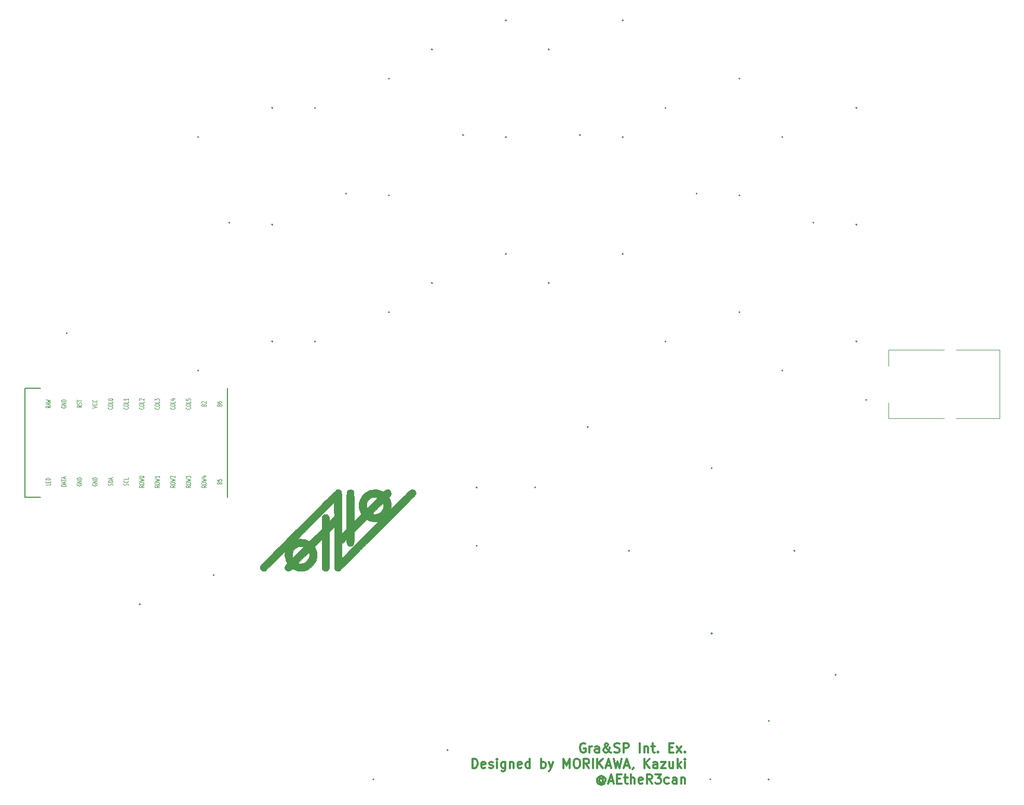
<source format=gto>
G04 #@! TF.GenerationSoftware,KiCad,Pcbnew,(5.1.9)-1*
G04 #@! TF.CreationDate,2021-10-14T03:32:22+09:00*
G04 #@! TF.ProjectId,GraSPIntEx,47726153-5049-46e7-9445-782e6b696361,rev?*
G04 #@! TF.SameCoordinates,Original*
G04 #@! TF.FileFunction,Legend,Top*
G04 #@! TF.FilePolarity,Positive*
%FSLAX46Y46*%
G04 Gerber Fmt 4.6, Leading zero omitted, Abs format (unit mm)*
G04 Created by KiCad (PCBNEW (5.1.9)-1) date 2021-10-14 03:32:22*
%MOMM*%
%LPD*%
G01*
G04 APERTURE LIST*
%ADD10C,0.200000*%
%ADD11C,0.300000*%
%ADD12C,0.010000*%
%ADD13C,0.150000*%
%ADD14C,0.100000*%
%ADD15C,0.125000*%
G04 APERTURE END LIST*
D10*
D11*
X117702767Y-153862500D02*
X117559910Y-153791071D01*
X117345625Y-153791071D01*
X117131339Y-153862500D01*
X116988482Y-154005357D01*
X116917053Y-154148214D01*
X116845625Y-154433928D01*
X116845625Y-154648214D01*
X116917053Y-154933928D01*
X116988482Y-155076785D01*
X117131339Y-155219642D01*
X117345625Y-155291071D01*
X117488482Y-155291071D01*
X117702767Y-155219642D01*
X117774196Y-155148214D01*
X117774196Y-154648214D01*
X117488482Y-154648214D01*
X118417053Y-155291071D02*
X118417053Y-154291071D01*
X118417053Y-154576785D02*
X118488482Y-154433928D01*
X118559910Y-154362500D01*
X118702767Y-154291071D01*
X118845625Y-154291071D01*
X119988482Y-155291071D02*
X119988482Y-154505357D01*
X119917053Y-154362500D01*
X119774196Y-154291071D01*
X119488482Y-154291071D01*
X119345625Y-154362500D01*
X119988482Y-155219642D02*
X119845625Y-155291071D01*
X119488482Y-155291071D01*
X119345625Y-155219642D01*
X119274196Y-155076785D01*
X119274196Y-154933928D01*
X119345625Y-154791071D01*
X119488482Y-154719642D01*
X119845625Y-154719642D01*
X119988482Y-154648214D01*
X121917053Y-155291071D02*
X121845625Y-155291071D01*
X121702767Y-155219642D01*
X121488482Y-155005357D01*
X121131339Y-154576785D01*
X120988482Y-154362500D01*
X120917053Y-154148214D01*
X120917053Y-154005357D01*
X120988482Y-153862500D01*
X121131339Y-153791071D01*
X121202767Y-153791071D01*
X121345625Y-153862500D01*
X121417053Y-154005357D01*
X121417053Y-154076785D01*
X121345625Y-154219642D01*
X121274196Y-154291071D01*
X120845625Y-154576785D01*
X120774196Y-154648214D01*
X120702767Y-154791071D01*
X120702767Y-155005357D01*
X120774196Y-155148214D01*
X120845625Y-155219642D01*
X120988482Y-155291071D01*
X121202767Y-155291071D01*
X121345625Y-155219642D01*
X121417053Y-155148214D01*
X121631339Y-154862500D01*
X121702767Y-154648214D01*
X121702767Y-154505357D01*
X122488482Y-155219642D02*
X122702767Y-155291071D01*
X123059910Y-155291071D01*
X123202767Y-155219642D01*
X123274196Y-155148214D01*
X123345625Y-155005357D01*
X123345625Y-154862500D01*
X123274196Y-154719642D01*
X123202767Y-154648214D01*
X123059910Y-154576785D01*
X122774196Y-154505357D01*
X122631339Y-154433928D01*
X122559910Y-154362500D01*
X122488482Y-154219642D01*
X122488482Y-154076785D01*
X122559910Y-153933928D01*
X122631339Y-153862500D01*
X122774196Y-153791071D01*
X123131339Y-153791071D01*
X123345625Y-153862500D01*
X123988482Y-155291071D02*
X123988482Y-153791071D01*
X124559910Y-153791071D01*
X124702767Y-153862500D01*
X124774196Y-153933928D01*
X124845625Y-154076785D01*
X124845625Y-154291071D01*
X124774196Y-154433928D01*
X124702767Y-154505357D01*
X124559910Y-154576785D01*
X123988482Y-154576785D01*
X126631339Y-155291071D02*
X126631339Y-153791071D01*
X127345625Y-154291071D02*
X127345625Y-155291071D01*
X127345625Y-154433928D02*
X127417053Y-154362500D01*
X127559910Y-154291071D01*
X127774196Y-154291071D01*
X127917053Y-154362500D01*
X127988482Y-154505357D01*
X127988482Y-155291071D01*
X128488482Y-154291071D02*
X129059910Y-154291071D01*
X128702767Y-153791071D02*
X128702767Y-155076785D01*
X128774196Y-155219642D01*
X128917053Y-155291071D01*
X129059910Y-155291071D01*
X129559910Y-155148214D02*
X129631339Y-155219642D01*
X129559910Y-155291071D01*
X129488482Y-155219642D01*
X129559910Y-155148214D01*
X129559910Y-155291071D01*
X131417053Y-154505357D02*
X131917053Y-154505357D01*
X132131339Y-155291071D02*
X131417053Y-155291071D01*
X131417053Y-153791071D01*
X132131339Y-153791071D01*
X132631339Y-155291071D02*
X133417053Y-154291071D01*
X132631339Y-154291071D02*
X133417053Y-155291071D01*
X133988482Y-155148214D02*
X134059910Y-155219642D01*
X133988482Y-155291071D01*
X133917053Y-155219642D01*
X133988482Y-155148214D01*
X133988482Y-155291071D01*
X99345624Y-157841071D02*
X99345624Y-156341071D01*
X99702767Y-156341071D01*
X99917053Y-156412500D01*
X100059910Y-156555357D01*
X100131339Y-156698214D01*
X100202767Y-156983928D01*
X100202767Y-157198214D01*
X100131339Y-157483928D01*
X100059910Y-157626785D01*
X99917053Y-157769642D01*
X99702767Y-157841071D01*
X99345624Y-157841071D01*
X101417053Y-157769642D02*
X101274196Y-157841071D01*
X100988482Y-157841071D01*
X100845624Y-157769642D01*
X100774196Y-157626785D01*
X100774196Y-157055357D01*
X100845624Y-156912500D01*
X100988482Y-156841071D01*
X101274196Y-156841071D01*
X101417053Y-156912500D01*
X101488482Y-157055357D01*
X101488482Y-157198214D01*
X100774196Y-157341071D01*
X102059910Y-157769642D02*
X102202767Y-157841071D01*
X102488482Y-157841071D01*
X102631339Y-157769642D01*
X102702767Y-157626785D01*
X102702767Y-157555357D01*
X102631339Y-157412500D01*
X102488482Y-157341071D01*
X102274196Y-157341071D01*
X102131339Y-157269642D01*
X102059910Y-157126785D01*
X102059910Y-157055357D01*
X102131339Y-156912500D01*
X102274196Y-156841071D01*
X102488482Y-156841071D01*
X102631339Y-156912500D01*
X103345624Y-157841071D02*
X103345624Y-156841071D01*
X103345624Y-156341071D02*
X103274196Y-156412500D01*
X103345624Y-156483928D01*
X103417053Y-156412500D01*
X103345624Y-156341071D01*
X103345624Y-156483928D01*
X104702767Y-156841071D02*
X104702767Y-158055357D01*
X104631339Y-158198214D01*
X104559910Y-158269642D01*
X104417053Y-158341071D01*
X104202767Y-158341071D01*
X104059910Y-158269642D01*
X104702767Y-157769642D02*
X104559910Y-157841071D01*
X104274196Y-157841071D01*
X104131339Y-157769642D01*
X104059910Y-157698214D01*
X103988482Y-157555357D01*
X103988482Y-157126785D01*
X104059910Y-156983928D01*
X104131339Y-156912500D01*
X104274196Y-156841071D01*
X104559910Y-156841071D01*
X104702767Y-156912500D01*
X105417053Y-156841071D02*
X105417053Y-157841071D01*
X105417053Y-156983928D02*
X105488482Y-156912500D01*
X105631339Y-156841071D01*
X105845624Y-156841071D01*
X105988482Y-156912500D01*
X106059910Y-157055357D01*
X106059910Y-157841071D01*
X107345625Y-157769642D02*
X107202767Y-157841071D01*
X106917053Y-157841071D01*
X106774196Y-157769642D01*
X106702767Y-157626785D01*
X106702767Y-157055357D01*
X106774196Y-156912500D01*
X106917053Y-156841071D01*
X107202767Y-156841071D01*
X107345625Y-156912500D01*
X107417053Y-157055357D01*
X107417053Y-157198214D01*
X106702767Y-157341071D01*
X108702767Y-157841071D02*
X108702767Y-156341071D01*
X108702767Y-157769642D02*
X108559910Y-157841071D01*
X108274196Y-157841071D01*
X108131339Y-157769642D01*
X108059910Y-157698214D01*
X107988482Y-157555357D01*
X107988482Y-157126785D01*
X108059910Y-156983928D01*
X108131339Y-156912500D01*
X108274196Y-156841071D01*
X108559910Y-156841071D01*
X108702767Y-156912500D01*
X110559910Y-157841071D02*
X110559910Y-156341071D01*
X110559910Y-156912500D02*
X110702767Y-156841071D01*
X110988482Y-156841071D01*
X111131339Y-156912500D01*
X111202767Y-156983928D01*
X111274196Y-157126785D01*
X111274196Y-157555357D01*
X111202767Y-157698214D01*
X111131339Y-157769642D01*
X110988482Y-157841071D01*
X110702767Y-157841071D01*
X110559910Y-157769642D01*
X111774196Y-156841071D02*
X112131339Y-157841071D01*
X112488482Y-156841071D02*
X112131339Y-157841071D01*
X111988482Y-158198214D01*
X111917053Y-158269642D01*
X111774196Y-158341071D01*
X114202767Y-157841071D02*
X114202767Y-156341071D01*
X114702767Y-157412500D01*
X115202767Y-156341071D01*
X115202767Y-157841071D01*
X116202767Y-156341071D02*
X116488482Y-156341071D01*
X116631339Y-156412500D01*
X116774196Y-156555357D01*
X116845624Y-156841071D01*
X116845624Y-157341071D01*
X116774196Y-157626785D01*
X116631339Y-157769642D01*
X116488482Y-157841071D01*
X116202767Y-157841071D01*
X116059910Y-157769642D01*
X115917053Y-157626785D01*
X115845624Y-157341071D01*
X115845624Y-156841071D01*
X115917053Y-156555357D01*
X116059910Y-156412500D01*
X116202767Y-156341071D01*
X118345624Y-157841071D02*
X117845624Y-157126785D01*
X117488482Y-157841071D02*
X117488482Y-156341071D01*
X118059910Y-156341071D01*
X118202767Y-156412500D01*
X118274196Y-156483928D01*
X118345624Y-156626785D01*
X118345624Y-156841071D01*
X118274196Y-156983928D01*
X118202767Y-157055357D01*
X118059910Y-157126785D01*
X117488482Y-157126785D01*
X118988482Y-157841071D02*
X118988482Y-156341071D01*
X119702767Y-157841071D02*
X119702767Y-156341071D01*
X120559910Y-157841071D02*
X119917053Y-156983928D01*
X120559910Y-156341071D02*
X119702767Y-157198214D01*
X121131339Y-157412500D02*
X121845624Y-157412500D01*
X120988482Y-157841071D02*
X121488482Y-156341071D01*
X121988482Y-157841071D01*
X122345624Y-156341071D02*
X122702767Y-157841071D01*
X122988482Y-156769642D01*
X123274196Y-157841071D01*
X123631339Y-156341071D01*
X124131339Y-157412500D02*
X124845624Y-157412500D01*
X123988482Y-157841071D02*
X124488482Y-156341071D01*
X124988482Y-157841071D01*
X125559910Y-157769642D02*
X125559910Y-157841071D01*
X125488482Y-157983928D01*
X125417053Y-158055357D01*
X127345624Y-157841071D02*
X127345624Y-156341071D01*
X128202767Y-157841071D02*
X127559910Y-156983928D01*
X128202767Y-156341071D02*
X127345624Y-157198214D01*
X129488482Y-157841071D02*
X129488482Y-157055357D01*
X129417053Y-156912500D01*
X129274196Y-156841071D01*
X128988482Y-156841071D01*
X128845624Y-156912500D01*
X129488482Y-157769642D02*
X129345624Y-157841071D01*
X128988482Y-157841071D01*
X128845624Y-157769642D01*
X128774196Y-157626785D01*
X128774196Y-157483928D01*
X128845624Y-157341071D01*
X128988482Y-157269642D01*
X129345624Y-157269642D01*
X129488482Y-157198214D01*
X130059910Y-156841071D02*
X130845624Y-156841071D01*
X130059910Y-157841071D01*
X130845624Y-157841071D01*
X132059910Y-156841071D02*
X132059910Y-157841071D01*
X131417053Y-156841071D02*
X131417053Y-157626785D01*
X131488482Y-157769642D01*
X131631339Y-157841071D01*
X131845624Y-157841071D01*
X131988482Y-157769642D01*
X132059910Y-157698214D01*
X132774196Y-157841071D02*
X132774196Y-156341071D01*
X132917053Y-157269642D02*
X133345624Y-157841071D01*
X133345624Y-156841071D02*
X132774196Y-157412500D01*
X133988482Y-157841071D02*
X133988482Y-156841071D01*
X133988482Y-156341071D02*
X133917053Y-156412500D01*
X133988482Y-156483928D01*
X134059910Y-156412500D01*
X133988482Y-156341071D01*
X133988482Y-156483928D01*
X120631339Y-159676785D02*
X120559910Y-159605357D01*
X120417053Y-159533928D01*
X120274196Y-159533928D01*
X120131339Y-159605357D01*
X120059910Y-159676785D01*
X119988482Y-159819642D01*
X119988482Y-159962500D01*
X120059910Y-160105357D01*
X120131339Y-160176785D01*
X120274196Y-160248214D01*
X120417053Y-160248214D01*
X120559910Y-160176785D01*
X120631339Y-160105357D01*
X120631339Y-159533928D02*
X120631339Y-160105357D01*
X120702767Y-160176785D01*
X120774196Y-160176785D01*
X120917053Y-160105357D01*
X120988482Y-159962500D01*
X120988482Y-159605357D01*
X120845625Y-159391071D01*
X120631339Y-159248214D01*
X120345625Y-159176785D01*
X120059910Y-159248214D01*
X119845625Y-159391071D01*
X119702767Y-159605357D01*
X119631339Y-159891071D01*
X119702767Y-160176785D01*
X119845625Y-160391071D01*
X120059910Y-160533928D01*
X120345625Y-160605357D01*
X120631339Y-160533928D01*
X120845625Y-160391071D01*
X121559910Y-159962500D02*
X122274196Y-159962500D01*
X121417053Y-160391071D02*
X121917053Y-158891071D01*
X122417053Y-160391071D01*
X122917053Y-159605357D02*
X123417053Y-159605357D01*
X123631339Y-160391071D02*
X122917053Y-160391071D01*
X122917053Y-158891071D01*
X123631339Y-158891071D01*
X124059910Y-159391071D02*
X124631339Y-159391071D01*
X124274196Y-158891071D02*
X124274196Y-160176785D01*
X124345625Y-160319642D01*
X124488482Y-160391071D01*
X124631339Y-160391071D01*
X125131339Y-160391071D02*
X125131339Y-158891071D01*
X125774196Y-160391071D02*
X125774196Y-159605357D01*
X125702767Y-159462500D01*
X125559910Y-159391071D01*
X125345625Y-159391071D01*
X125202767Y-159462500D01*
X125131339Y-159533928D01*
X127059910Y-160319642D02*
X126917053Y-160391071D01*
X126631339Y-160391071D01*
X126488482Y-160319642D01*
X126417053Y-160176785D01*
X126417053Y-159605357D01*
X126488482Y-159462500D01*
X126631339Y-159391071D01*
X126917053Y-159391071D01*
X127059910Y-159462500D01*
X127131339Y-159605357D01*
X127131339Y-159748214D01*
X126417053Y-159891071D01*
X128631339Y-160391071D02*
X128131339Y-159676785D01*
X127774196Y-160391071D02*
X127774196Y-158891071D01*
X128345625Y-158891071D01*
X128488482Y-158962500D01*
X128559910Y-159033928D01*
X128631339Y-159176785D01*
X128631339Y-159391071D01*
X128559910Y-159533928D01*
X128488482Y-159605357D01*
X128345625Y-159676785D01*
X127774196Y-159676785D01*
X129131339Y-158891071D02*
X130059910Y-158891071D01*
X129559910Y-159462500D01*
X129774196Y-159462500D01*
X129917053Y-159533928D01*
X129988482Y-159605357D01*
X130059910Y-159748214D01*
X130059910Y-160105357D01*
X129988482Y-160248214D01*
X129917053Y-160319642D01*
X129774196Y-160391071D01*
X129345625Y-160391071D01*
X129202767Y-160319642D01*
X129131339Y-160248214D01*
X131345625Y-160319642D02*
X131202767Y-160391071D01*
X130917053Y-160391071D01*
X130774196Y-160319642D01*
X130702767Y-160248214D01*
X130631339Y-160105357D01*
X130631339Y-159676785D01*
X130702767Y-159533928D01*
X130774196Y-159462500D01*
X130917053Y-159391071D01*
X131202767Y-159391071D01*
X131345625Y-159462500D01*
X132631339Y-160391071D02*
X132631339Y-159605357D01*
X132559910Y-159462500D01*
X132417053Y-159391071D01*
X132131339Y-159391071D01*
X131988482Y-159462500D01*
X132631339Y-160319642D02*
X132488482Y-160391071D01*
X132131339Y-160391071D01*
X131988482Y-160319642D01*
X131917053Y-160176785D01*
X131917053Y-160033928D01*
X131988482Y-159891071D01*
X132131339Y-159819642D01*
X132488482Y-159819642D01*
X132631339Y-159748214D01*
X133345625Y-159391071D02*
X133345625Y-160391071D01*
X133345625Y-159533928D02*
X133417053Y-159462500D01*
X133559910Y-159391071D01*
X133774196Y-159391071D01*
X133917053Y-159462500D01*
X133988482Y-159605357D01*
X133988482Y-160391071D01*
D12*
G04 #@! TO.C,G\u002A\u002A\u002A*
G36*
X89516000Y-112409103D02*
G01*
X89583913Y-112419944D01*
X89627893Y-112428229D01*
X89777409Y-112490693D01*
X89918833Y-112606868D01*
X90027058Y-112751649D01*
X90073339Y-112873675D01*
X90082135Y-112911817D01*
X90091643Y-112945591D01*
X90099679Y-112977331D01*
X90104057Y-113009371D01*
X90102593Y-113044044D01*
X90093101Y-113083684D01*
X90073396Y-113130624D01*
X90041294Y-113187199D01*
X89994608Y-113255742D01*
X89931154Y-113338585D01*
X89848748Y-113438064D01*
X89745203Y-113556512D01*
X89618335Y-113696262D01*
X89465959Y-113859648D01*
X89285889Y-114049004D01*
X89075941Y-114266663D01*
X88833929Y-114514959D01*
X88557669Y-114796225D01*
X88244975Y-115112796D01*
X87893662Y-115467004D01*
X87501546Y-115861184D01*
X87066440Y-116297669D01*
X86586161Y-116778792D01*
X86058522Y-117306888D01*
X85481340Y-117884290D01*
X84852428Y-118513331D01*
X84169602Y-119196346D01*
X83909885Y-119456175D01*
X83279623Y-120086408D01*
X82670512Y-120694833D01*
X82084854Y-121279174D01*
X81524951Y-121837153D01*
X80993104Y-122366496D01*
X80491615Y-122864925D01*
X80022786Y-123330164D01*
X79588917Y-123759937D01*
X79192311Y-124151968D01*
X78835270Y-124503980D01*
X78520095Y-124813697D01*
X78249087Y-125078842D01*
X78024549Y-125297140D01*
X77848781Y-125466314D01*
X77724087Y-125584087D01*
X77652766Y-125648184D01*
X77637457Y-125659584D01*
X77457012Y-125705341D01*
X77258523Y-125692942D01*
X77076091Y-125625736D01*
X77036745Y-125600590D01*
X76993238Y-125570485D01*
X76955073Y-125542643D01*
X76921901Y-125511877D01*
X76893372Y-125473002D01*
X76869139Y-125420831D01*
X76848850Y-125350180D01*
X76832158Y-125255861D01*
X76818712Y-125132690D01*
X76808164Y-124975479D01*
X76800164Y-124779044D01*
X76794364Y-124538198D01*
X76790414Y-124247756D01*
X76787964Y-123902531D01*
X76786666Y-123497337D01*
X76786170Y-123026989D01*
X76786127Y-122486301D01*
X76786188Y-121879885D01*
X76786188Y-121339424D01*
X77995711Y-121339424D01*
X77995711Y-122479148D01*
X77996056Y-122772910D01*
X77997031Y-123038600D01*
X77998544Y-123266068D01*
X78000506Y-123445160D01*
X78002825Y-123565725D01*
X78005411Y-123617611D01*
X78005892Y-123618873D01*
X78035173Y-123590971D01*
X78117725Y-123509740D01*
X78249824Y-123378892D01*
X78427745Y-123202137D01*
X78647765Y-122983188D01*
X78906160Y-122725757D01*
X79199205Y-122433554D01*
X79523178Y-122110292D01*
X79874354Y-121759681D01*
X80249010Y-121385435D01*
X80643421Y-120991263D01*
X81034297Y-120600446D01*
X84052523Y-117582019D01*
X83816101Y-117620625D01*
X83612563Y-117638824D01*
X83365765Y-117638919D01*
X83110142Y-117622644D01*
X82880131Y-117591732D01*
X82773330Y-117568132D01*
X82653500Y-117528732D01*
X82495634Y-117467658D01*
X82337306Y-117399636D01*
X82062551Y-117274687D01*
X81037068Y-118299579D01*
X80011584Y-119324470D01*
X80011584Y-120266134D01*
X80010470Y-120599865D01*
X80005771Y-120863336D01*
X79995451Y-121066907D01*
X79977472Y-121220939D01*
X79949800Y-121335793D01*
X79910398Y-121421828D01*
X79857230Y-121489404D01*
X79788260Y-121548882D01*
X79754630Y-121573556D01*
X79635315Y-121635383D01*
X79486836Y-121661245D01*
X79406823Y-121663476D01*
X79189519Y-121637009D01*
X79023200Y-121555244D01*
X78905161Y-121414641D01*
X78832693Y-121211656D01*
X78803091Y-120942746D01*
X78802061Y-120871949D01*
X78802061Y-120536100D01*
X77995711Y-121339424D01*
X76786188Y-121339424D01*
X76786188Y-118520227D01*
X75979838Y-119323551D01*
X75979838Y-122281547D01*
X75979892Y-122858271D01*
X75979768Y-123359912D01*
X75979037Y-123792021D01*
X75977270Y-124160151D01*
X75974036Y-124469853D01*
X75968908Y-124726678D01*
X75961457Y-124936178D01*
X75951251Y-125103906D01*
X75937864Y-125235412D01*
X75920865Y-125336248D01*
X75899825Y-125411965D01*
X75874316Y-125468116D01*
X75843907Y-125510252D01*
X75808170Y-125543924D01*
X75766675Y-125574685D01*
X75722884Y-125605302D01*
X75562378Y-125676503D01*
X75370006Y-125699409D01*
X75178474Y-125674022D01*
X75027269Y-125605302D01*
X74975152Y-125568132D01*
X74930602Y-125532472D01*
X74893025Y-125492046D01*
X74861829Y-125440582D01*
X74836420Y-125371807D01*
X74816206Y-125279445D01*
X74800592Y-125157225D01*
X74788987Y-124998871D01*
X74780797Y-124798111D01*
X74775429Y-124548672D01*
X74772289Y-124244278D01*
X74770786Y-123878658D01*
X74770325Y-123445537D01*
X74770314Y-122938641D01*
X74770315Y-122887236D01*
X74770315Y-120534929D01*
X74178500Y-121126744D01*
X73586685Y-121718558D01*
X73711889Y-121993398D01*
X73809610Y-122222441D01*
X73875467Y-122420812D01*
X73915287Y-122616634D01*
X73934896Y-122838028D01*
X73940108Y-123094746D01*
X73914201Y-123529417D01*
X73831140Y-123916295D01*
X73685160Y-124269297D01*
X73470498Y-124602344D01*
X73181389Y-124929356D01*
X73179665Y-124931081D01*
X72852648Y-125220596D01*
X72519669Y-125435634D01*
X72166808Y-125581959D01*
X71780145Y-125665335D01*
X71345760Y-125691526D01*
X71343330Y-125691523D01*
X71071716Y-125685560D01*
X70852213Y-125664811D01*
X70656800Y-125623501D01*
X70457458Y-125555853D01*
X70246575Y-125465421D01*
X69976328Y-125342334D01*
X69788428Y-125507730D01*
X69583849Y-125647053D01*
X69378026Y-125710021D01*
X69178107Y-125696434D01*
X68991237Y-125606089D01*
X68905468Y-125532608D01*
X68776917Y-125354879D01*
X68725223Y-125160549D01*
X68750186Y-124956766D01*
X68851603Y-124750676D01*
X68930346Y-124649649D01*
X69095742Y-124461749D01*
X69085903Y-124440401D01*
X70942284Y-124440401D01*
X71034912Y-124472180D01*
X71061108Y-124481760D01*
X71129703Y-124491214D01*
X71252797Y-124494674D01*
X71404432Y-124491453D01*
X71412670Y-124491087D01*
X71620418Y-124470599D01*
X71797964Y-124422598D01*
X71962697Y-124350330D01*
X72242164Y-124172076D01*
X72465335Y-123938259D01*
X72628040Y-123664029D01*
X72683507Y-123531515D01*
X72715933Y-123407277D01*
X72730963Y-123260636D01*
X72734283Y-123086682D01*
X72729761Y-122923421D01*
X72717699Y-122790051D01*
X72700346Y-122707858D01*
X72692786Y-122694424D01*
X72655231Y-122705611D01*
X72570569Y-122769155D01*
X72437246Y-122886469D01*
X72253709Y-123058968D01*
X72018405Y-123288068D01*
X71767612Y-123537289D01*
X71493398Y-123814136D01*
X71272759Y-124042136D01*
X71106855Y-124220017D01*
X70996846Y-124346512D01*
X70943892Y-124420351D01*
X70942284Y-124440401D01*
X69085903Y-124440401D01*
X68968469Y-124185625D01*
X68831217Y-123811675D01*
X68748790Y-123415444D01*
X68736889Y-123222671D01*
X69952085Y-123222671D01*
X69955075Y-123338565D01*
X69967148Y-123418886D01*
X69994107Y-123461166D01*
X70041755Y-123462940D01*
X70115891Y-123421740D01*
X70222320Y-123335100D01*
X70366842Y-123200553D01*
X70555259Y-123015633D01*
X70793373Y-122777872D01*
X70900788Y-122670464D01*
X71180803Y-122388378D01*
X71402975Y-122159424D01*
X71568718Y-121982049D01*
X71679447Y-121854700D01*
X71736577Y-121775823D01*
X71743653Y-121745290D01*
X71686655Y-121726511D01*
X71570339Y-121712159D01*
X71415993Y-121704489D01*
X71351394Y-121703794D01*
X71159084Y-121708100D01*
X71016447Y-121724785D01*
X70892805Y-121759492D01*
X70774047Y-121810037D01*
X70485011Y-121983850D01*
X70256091Y-122208705D01*
X70083800Y-122483325D01*
X70014222Y-122635468D01*
X69974432Y-122761869D01*
X69956472Y-122898284D01*
X69952378Y-123073669D01*
X69952085Y-123222671D01*
X68736889Y-123222671D01*
X68724415Y-123020635D01*
X68760247Y-122656457D01*
X68766272Y-122619829D01*
X68765615Y-122594611D01*
X68753951Y-122584720D01*
X68726956Y-122594074D01*
X68680307Y-122626591D01*
X68609678Y-122686188D01*
X68510746Y-122776785D01*
X68379186Y-122902298D01*
X68210674Y-123066646D01*
X68000885Y-123273745D01*
X67745496Y-123527515D01*
X67440183Y-123831873D01*
X67216348Y-124055256D01*
X66918611Y-124351188D01*
X66635146Y-124630522D01*
X66371552Y-124887904D01*
X66133427Y-125117979D01*
X65926370Y-125315393D01*
X65755981Y-125474791D01*
X65627859Y-125590819D01*
X65547601Y-125658122D01*
X65524912Y-125672830D01*
X65310346Y-125712367D01*
X65094774Y-125678330D01*
X65022286Y-125648330D01*
X64862542Y-125528015D01*
X64752383Y-125360563D01*
X64699192Y-125166984D01*
X64710351Y-124968288D01*
X64746746Y-124864111D01*
X64781722Y-124821763D01*
X64871571Y-124724831D01*
X65014016Y-124575616D01*
X65206782Y-124376421D01*
X65447592Y-124129548D01*
X65734169Y-123837297D01*
X66064238Y-123501970D01*
X66435521Y-123125869D01*
X66845744Y-122711296D01*
X67292628Y-122260553D01*
X67773899Y-121775940D01*
X68287280Y-121259760D01*
X68830494Y-120714314D01*
X69045551Y-120498639D01*
X70852093Y-120498639D01*
X70855656Y-120512179D01*
X70871253Y-120516033D01*
X70895883Y-120513351D01*
X70904331Y-120511792D01*
X71261827Y-120476517D01*
X71644334Y-120497732D01*
X72023315Y-120571641D01*
X72370233Y-120694445D01*
X72407380Y-120711818D01*
X72537760Y-120772374D01*
X72640923Y-120816232D01*
X72693675Y-120833680D01*
X72730474Y-120806895D01*
X72817356Y-120729241D01*
X72947640Y-120607123D01*
X73114646Y-120446943D01*
X73311695Y-120255104D01*
X73532105Y-120038010D01*
X73752008Y-119819249D01*
X74770315Y-118801529D01*
X74770315Y-117859866D01*
X74771429Y-117526135D01*
X74776128Y-117262664D01*
X74786448Y-117059093D01*
X74804427Y-116905060D01*
X74832099Y-116790207D01*
X74871501Y-116704172D01*
X74924669Y-116636596D01*
X74993639Y-116577117D01*
X75027269Y-116552444D01*
X75187775Y-116481243D01*
X75380147Y-116458337D01*
X75571679Y-116483724D01*
X75722884Y-116552444D01*
X75842812Y-116663784D01*
X75921847Y-116805137D01*
X75965630Y-116991924D01*
X75979806Y-117239563D01*
X75979838Y-117254562D01*
X75979838Y-117590921D01*
X76383656Y-117187103D01*
X76787475Y-116783285D01*
X76776752Y-115645075D01*
X76766029Y-114506866D01*
X73746712Y-117526414D01*
X73266626Y-118006604D01*
X72840598Y-118432971D01*
X72465624Y-118808665D01*
X72138704Y-119136841D01*
X71856835Y-119420651D01*
X71617017Y-119663247D01*
X71416248Y-119867783D01*
X71251526Y-120037409D01*
X71119849Y-120175280D01*
X71018217Y-120284548D01*
X70943626Y-120368365D01*
X70893077Y-120429884D01*
X70863566Y-120472258D01*
X70852093Y-120498639D01*
X69045551Y-120498639D01*
X69401265Y-120141904D01*
X69997317Y-119544831D01*
X70616373Y-118925398D01*
X70950156Y-118591684D01*
X71652225Y-117890036D01*
X72299591Y-117243260D01*
X72894507Y-116649150D01*
X73439225Y-116105498D01*
X73935999Y-115610097D01*
X74387082Y-115160740D01*
X74794725Y-114755221D01*
X75161182Y-114391333D01*
X75488707Y-114066868D01*
X75779550Y-113779619D01*
X76035966Y-113527380D01*
X76260207Y-113307944D01*
X76454526Y-113119103D01*
X76621176Y-112958651D01*
X76762409Y-112824380D01*
X76880479Y-112714084D01*
X76977638Y-112625556D01*
X77056139Y-112556589D01*
X77118234Y-112504976D01*
X77166177Y-112468509D01*
X77202221Y-112444983D01*
X77228618Y-112432189D01*
X77241185Y-112428669D01*
X77470461Y-112421580D01*
X77672660Y-112482769D01*
X77835597Y-112606579D01*
X77930265Y-112748537D01*
X77942024Y-112779362D01*
X77952301Y-112822503D01*
X77961196Y-112883189D01*
X77968804Y-112966650D01*
X77975225Y-113078113D01*
X77980557Y-113222809D01*
X77984896Y-113405965D01*
X77988341Y-113632812D01*
X77990989Y-113908577D01*
X77992939Y-114238490D01*
X77994288Y-114627780D01*
X77995135Y-115081675D01*
X77995577Y-115605406D01*
X77995711Y-116204200D01*
X77995711Y-119605773D01*
X78802061Y-118802449D01*
X78802061Y-115844453D01*
X78802007Y-115267729D01*
X78802131Y-114766088D01*
X78802862Y-114333979D01*
X78804629Y-113965849D01*
X78807863Y-113656147D01*
X78812991Y-113399322D01*
X78820442Y-113189821D01*
X78830648Y-113022094D01*
X78844035Y-112890588D01*
X78861034Y-112789752D01*
X78882074Y-112714035D01*
X78907583Y-112657884D01*
X78937992Y-112615748D01*
X78973729Y-112582075D01*
X79015224Y-112551315D01*
X79059015Y-112520698D01*
X79219521Y-112449497D01*
X79411893Y-112426591D01*
X79603425Y-112451978D01*
X79754630Y-112520698D01*
X79806747Y-112557867D01*
X79851297Y-112593528D01*
X79888874Y-112633953D01*
X79920070Y-112685417D01*
X79945479Y-112754193D01*
X79965693Y-112846555D01*
X79981307Y-112968775D01*
X79992912Y-113127129D01*
X80001102Y-113327888D01*
X80006470Y-113577328D01*
X80009610Y-113881721D01*
X80011113Y-114247342D01*
X80011574Y-114680463D01*
X80011585Y-115187358D01*
X80011584Y-115238763D01*
X80011584Y-117591071D01*
X81195214Y-116407441D01*
X81181141Y-116376909D01*
X83037522Y-116376909D01*
X83130150Y-116408688D01*
X83156346Y-116418267D01*
X83224941Y-116427722D01*
X83348036Y-116431182D01*
X83499670Y-116427961D01*
X83507908Y-116427595D01*
X83715656Y-116407107D01*
X83893202Y-116359106D01*
X84057935Y-116286838D01*
X84337402Y-116108584D01*
X84560573Y-115874767D01*
X84723278Y-115600537D01*
X84778745Y-115468023D01*
X84811171Y-115343785D01*
X84826201Y-115197144D01*
X84829521Y-115023190D01*
X84825000Y-114859929D01*
X84812937Y-114726559D01*
X84795584Y-114644366D01*
X84788024Y-114630932D01*
X84750469Y-114642119D01*
X84665807Y-114705663D01*
X84532484Y-114822977D01*
X84348947Y-114995476D01*
X84113643Y-115224575D01*
X83862851Y-115473797D01*
X83588636Y-115750644D01*
X83367997Y-115978644D01*
X83202093Y-116156525D01*
X83092084Y-116283020D01*
X83039130Y-116356859D01*
X83037522Y-116376909D01*
X81181141Y-116376909D01*
X81065824Y-116126726D01*
X80907980Y-115692931D01*
X80830012Y-115252319D01*
X80830398Y-115159179D01*
X82047323Y-115159179D01*
X82050313Y-115275073D01*
X82062386Y-115355394D01*
X82089345Y-115397674D01*
X82136993Y-115399448D01*
X82211129Y-115358248D01*
X82317558Y-115271608D01*
X82462080Y-115137061D01*
X82650497Y-114952140D01*
X82888611Y-114714380D01*
X82996026Y-114606972D01*
X83276041Y-114324886D01*
X83498213Y-114095932D01*
X83663956Y-113918557D01*
X83774685Y-113791208D01*
X83831815Y-113712331D01*
X83838891Y-113681798D01*
X83781893Y-113663019D01*
X83665577Y-113648667D01*
X83511231Y-113640996D01*
X83446632Y-113640302D01*
X83254322Y-113644608D01*
X83111685Y-113661293D01*
X82988043Y-113696000D01*
X82869286Y-113746545D01*
X82580249Y-113920358D01*
X82351329Y-114145213D01*
X82179038Y-114419833D01*
X82109460Y-114571976D01*
X82069670Y-114698377D01*
X82051710Y-114834792D01*
X82047616Y-115010177D01*
X82047323Y-115159179D01*
X80830398Y-115159179D01*
X80831855Y-114808618D01*
X80913444Y-114365559D01*
X81074713Y-113926871D01*
X81105590Y-113862048D01*
X81324918Y-113502744D01*
X81607636Y-113178679D01*
X81940719Y-112899982D01*
X82311144Y-112676780D01*
X82705886Y-112519200D01*
X82894283Y-112471069D01*
X83349296Y-112416243D01*
X83801956Y-112440970D01*
X84244393Y-112544361D01*
X84529448Y-112656392D01*
X84805571Y-112783666D01*
X84993471Y-112618270D01*
X85198050Y-112478947D01*
X85403873Y-112415978D01*
X85603792Y-112429566D01*
X85790662Y-112519911D01*
X85876431Y-112593391D01*
X86004982Y-112771121D01*
X86056676Y-112965451D01*
X86031713Y-113169234D01*
X85930296Y-113375324D01*
X85851553Y-113476351D01*
X85686157Y-113664251D01*
X85809029Y-113934499D01*
X85877951Y-114095342D01*
X85938324Y-114252323D01*
X85975447Y-114366016D01*
X86013875Y-114565418D01*
X86038751Y-114810143D01*
X86048333Y-115065745D01*
X86040878Y-115297780D01*
X86028132Y-115407557D01*
X85989720Y-115642749D01*
X87586763Y-114050020D01*
X87939444Y-113698343D01*
X88240059Y-113399390D01*
X88493760Y-113149067D01*
X88705699Y-112943281D01*
X88881028Y-112777937D01*
X89024899Y-112648944D01*
X89142463Y-112552208D01*
X89238873Y-112483634D01*
X89319279Y-112439130D01*
X89388835Y-112414603D01*
X89452691Y-112405958D01*
X89516000Y-112409103D01*
G37*
X89516000Y-112409103D02*
X89583913Y-112419944D01*
X89627893Y-112428229D01*
X89777409Y-112490693D01*
X89918833Y-112606868D01*
X90027058Y-112751649D01*
X90073339Y-112873675D01*
X90082135Y-112911817D01*
X90091643Y-112945591D01*
X90099679Y-112977331D01*
X90104057Y-113009371D01*
X90102593Y-113044044D01*
X90093101Y-113083684D01*
X90073396Y-113130624D01*
X90041294Y-113187199D01*
X89994608Y-113255742D01*
X89931154Y-113338585D01*
X89848748Y-113438064D01*
X89745203Y-113556512D01*
X89618335Y-113696262D01*
X89465959Y-113859648D01*
X89285889Y-114049004D01*
X89075941Y-114266663D01*
X88833929Y-114514959D01*
X88557669Y-114796225D01*
X88244975Y-115112796D01*
X87893662Y-115467004D01*
X87501546Y-115861184D01*
X87066440Y-116297669D01*
X86586161Y-116778792D01*
X86058522Y-117306888D01*
X85481340Y-117884290D01*
X84852428Y-118513331D01*
X84169602Y-119196346D01*
X83909885Y-119456175D01*
X83279623Y-120086408D01*
X82670512Y-120694833D01*
X82084854Y-121279174D01*
X81524951Y-121837153D01*
X80993104Y-122366496D01*
X80491615Y-122864925D01*
X80022786Y-123330164D01*
X79588917Y-123759937D01*
X79192311Y-124151968D01*
X78835270Y-124503980D01*
X78520095Y-124813697D01*
X78249087Y-125078842D01*
X78024549Y-125297140D01*
X77848781Y-125466314D01*
X77724087Y-125584087D01*
X77652766Y-125648184D01*
X77637457Y-125659584D01*
X77457012Y-125705341D01*
X77258523Y-125692942D01*
X77076091Y-125625736D01*
X77036745Y-125600590D01*
X76993238Y-125570485D01*
X76955073Y-125542643D01*
X76921901Y-125511877D01*
X76893372Y-125473002D01*
X76869139Y-125420831D01*
X76848850Y-125350180D01*
X76832158Y-125255861D01*
X76818712Y-125132690D01*
X76808164Y-124975479D01*
X76800164Y-124779044D01*
X76794364Y-124538198D01*
X76790414Y-124247756D01*
X76787964Y-123902531D01*
X76786666Y-123497337D01*
X76786170Y-123026989D01*
X76786127Y-122486301D01*
X76786188Y-121879885D01*
X76786188Y-121339424D01*
X77995711Y-121339424D01*
X77995711Y-122479148D01*
X77996056Y-122772910D01*
X77997031Y-123038600D01*
X77998544Y-123266068D01*
X78000506Y-123445160D01*
X78002825Y-123565725D01*
X78005411Y-123617611D01*
X78005892Y-123618873D01*
X78035173Y-123590971D01*
X78117725Y-123509740D01*
X78249824Y-123378892D01*
X78427745Y-123202137D01*
X78647765Y-122983188D01*
X78906160Y-122725757D01*
X79199205Y-122433554D01*
X79523178Y-122110292D01*
X79874354Y-121759681D01*
X80249010Y-121385435D01*
X80643421Y-120991263D01*
X81034297Y-120600446D01*
X84052523Y-117582019D01*
X83816101Y-117620625D01*
X83612563Y-117638824D01*
X83365765Y-117638919D01*
X83110142Y-117622644D01*
X82880131Y-117591732D01*
X82773330Y-117568132D01*
X82653500Y-117528732D01*
X82495634Y-117467658D01*
X82337306Y-117399636D01*
X82062551Y-117274687D01*
X81037068Y-118299579D01*
X80011584Y-119324470D01*
X80011584Y-120266134D01*
X80010470Y-120599865D01*
X80005771Y-120863336D01*
X79995451Y-121066907D01*
X79977472Y-121220939D01*
X79949800Y-121335793D01*
X79910398Y-121421828D01*
X79857230Y-121489404D01*
X79788260Y-121548882D01*
X79754630Y-121573556D01*
X79635315Y-121635383D01*
X79486836Y-121661245D01*
X79406823Y-121663476D01*
X79189519Y-121637009D01*
X79023200Y-121555244D01*
X78905161Y-121414641D01*
X78832693Y-121211656D01*
X78803091Y-120942746D01*
X78802061Y-120871949D01*
X78802061Y-120536100D01*
X77995711Y-121339424D01*
X76786188Y-121339424D01*
X76786188Y-118520227D01*
X75979838Y-119323551D01*
X75979838Y-122281547D01*
X75979892Y-122858271D01*
X75979768Y-123359912D01*
X75979037Y-123792021D01*
X75977270Y-124160151D01*
X75974036Y-124469853D01*
X75968908Y-124726678D01*
X75961457Y-124936178D01*
X75951251Y-125103906D01*
X75937864Y-125235412D01*
X75920865Y-125336248D01*
X75899825Y-125411965D01*
X75874316Y-125468116D01*
X75843907Y-125510252D01*
X75808170Y-125543924D01*
X75766675Y-125574685D01*
X75722884Y-125605302D01*
X75562378Y-125676503D01*
X75370006Y-125699409D01*
X75178474Y-125674022D01*
X75027269Y-125605302D01*
X74975152Y-125568132D01*
X74930602Y-125532472D01*
X74893025Y-125492046D01*
X74861829Y-125440582D01*
X74836420Y-125371807D01*
X74816206Y-125279445D01*
X74800592Y-125157225D01*
X74788987Y-124998871D01*
X74780797Y-124798111D01*
X74775429Y-124548672D01*
X74772289Y-124244278D01*
X74770786Y-123878658D01*
X74770325Y-123445537D01*
X74770314Y-122938641D01*
X74770315Y-122887236D01*
X74770315Y-120534929D01*
X74178500Y-121126744D01*
X73586685Y-121718558D01*
X73711889Y-121993398D01*
X73809610Y-122222441D01*
X73875467Y-122420812D01*
X73915287Y-122616634D01*
X73934896Y-122838028D01*
X73940108Y-123094746D01*
X73914201Y-123529417D01*
X73831140Y-123916295D01*
X73685160Y-124269297D01*
X73470498Y-124602344D01*
X73181389Y-124929356D01*
X73179665Y-124931081D01*
X72852648Y-125220596D01*
X72519669Y-125435634D01*
X72166808Y-125581959D01*
X71780145Y-125665335D01*
X71345760Y-125691526D01*
X71343330Y-125691523D01*
X71071716Y-125685560D01*
X70852213Y-125664811D01*
X70656800Y-125623501D01*
X70457458Y-125555853D01*
X70246575Y-125465421D01*
X69976328Y-125342334D01*
X69788428Y-125507730D01*
X69583849Y-125647053D01*
X69378026Y-125710021D01*
X69178107Y-125696434D01*
X68991237Y-125606089D01*
X68905468Y-125532608D01*
X68776917Y-125354879D01*
X68725223Y-125160549D01*
X68750186Y-124956766D01*
X68851603Y-124750676D01*
X68930346Y-124649649D01*
X69095742Y-124461749D01*
X69085903Y-124440401D01*
X70942284Y-124440401D01*
X71034912Y-124472180D01*
X71061108Y-124481760D01*
X71129703Y-124491214D01*
X71252797Y-124494674D01*
X71404432Y-124491453D01*
X71412670Y-124491087D01*
X71620418Y-124470599D01*
X71797964Y-124422598D01*
X71962697Y-124350330D01*
X72242164Y-124172076D01*
X72465335Y-123938259D01*
X72628040Y-123664029D01*
X72683507Y-123531515D01*
X72715933Y-123407277D01*
X72730963Y-123260636D01*
X72734283Y-123086682D01*
X72729761Y-122923421D01*
X72717699Y-122790051D01*
X72700346Y-122707858D01*
X72692786Y-122694424D01*
X72655231Y-122705611D01*
X72570569Y-122769155D01*
X72437246Y-122886469D01*
X72253709Y-123058968D01*
X72018405Y-123288068D01*
X71767612Y-123537289D01*
X71493398Y-123814136D01*
X71272759Y-124042136D01*
X71106855Y-124220017D01*
X70996846Y-124346512D01*
X70943892Y-124420351D01*
X70942284Y-124440401D01*
X69085903Y-124440401D01*
X68968469Y-124185625D01*
X68831217Y-123811675D01*
X68748790Y-123415444D01*
X68736889Y-123222671D01*
X69952085Y-123222671D01*
X69955075Y-123338565D01*
X69967148Y-123418886D01*
X69994107Y-123461166D01*
X70041755Y-123462940D01*
X70115891Y-123421740D01*
X70222320Y-123335100D01*
X70366842Y-123200553D01*
X70555259Y-123015633D01*
X70793373Y-122777872D01*
X70900788Y-122670464D01*
X71180803Y-122388378D01*
X71402975Y-122159424D01*
X71568718Y-121982049D01*
X71679447Y-121854700D01*
X71736577Y-121775823D01*
X71743653Y-121745290D01*
X71686655Y-121726511D01*
X71570339Y-121712159D01*
X71415993Y-121704489D01*
X71351394Y-121703794D01*
X71159084Y-121708100D01*
X71016447Y-121724785D01*
X70892805Y-121759492D01*
X70774047Y-121810037D01*
X70485011Y-121983850D01*
X70256091Y-122208705D01*
X70083800Y-122483325D01*
X70014222Y-122635468D01*
X69974432Y-122761869D01*
X69956472Y-122898284D01*
X69952378Y-123073669D01*
X69952085Y-123222671D01*
X68736889Y-123222671D01*
X68724415Y-123020635D01*
X68760247Y-122656457D01*
X68766272Y-122619829D01*
X68765615Y-122594611D01*
X68753951Y-122584720D01*
X68726956Y-122594074D01*
X68680307Y-122626591D01*
X68609678Y-122686188D01*
X68510746Y-122776785D01*
X68379186Y-122902298D01*
X68210674Y-123066646D01*
X68000885Y-123273745D01*
X67745496Y-123527515D01*
X67440183Y-123831873D01*
X67216348Y-124055256D01*
X66918611Y-124351188D01*
X66635146Y-124630522D01*
X66371552Y-124887904D01*
X66133427Y-125117979D01*
X65926370Y-125315393D01*
X65755981Y-125474791D01*
X65627859Y-125590819D01*
X65547601Y-125658122D01*
X65524912Y-125672830D01*
X65310346Y-125712367D01*
X65094774Y-125678330D01*
X65022286Y-125648330D01*
X64862542Y-125528015D01*
X64752383Y-125360563D01*
X64699192Y-125166984D01*
X64710351Y-124968288D01*
X64746746Y-124864111D01*
X64781722Y-124821763D01*
X64871571Y-124724831D01*
X65014016Y-124575616D01*
X65206782Y-124376421D01*
X65447592Y-124129548D01*
X65734169Y-123837297D01*
X66064238Y-123501970D01*
X66435521Y-123125869D01*
X66845744Y-122711296D01*
X67292628Y-122260553D01*
X67773899Y-121775940D01*
X68287280Y-121259760D01*
X68830494Y-120714314D01*
X69045551Y-120498639D01*
X70852093Y-120498639D01*
X70855656Y-120512179D01*
X70871253Y-120516033D01*
X70895883Y-120513351D01*
X70904331Y-120511792D01*
X71261827Y-120476517D01*
X71644334Y-120497732D01*
X72023315Y-120571641D01*
X72370233Y-120694445D01*
X72407380Y-120711818D01*
X72537760Y-120772374D01*
X72640923Y-120816232D01*
X72693675Y-120833680D01*
X72730474Y-120806895D01*
X72817356Y-120729241D01*
X72947640Y-120607123D01*
X73114646Y-120446943D01*
X73311695Y-120255104D01*
X73532105Y-120038010D01*
X73752008Y-119819249D01*
X74770315Y-118801529D01*
X74770315Y-117859866D01*
X74771429Y-117526135D01*
X74776128Y-117262664D01*
X74786448Y-117059093D01*
X74804427Y-116905060D01*
X74832099Y-116790207D01*
X74871501Y-116704172D01*
X74924669Y-116636596D01*
X74993639Y-116577117D01*
X75027269Y-116552444D01*
X75187775Y-116481243D01*
X75380147Y-116458337D01*
X75571679Y-116483724D01*
X75722884Y-116552444D01*
X75842812Y-116663784D01*
X75921847Y-116805137D01*
X75965630Y-116991924D01*
X75979806Y-117239563D01*
X75979838Y-117254562D01*
X75979838Y-117590921D01*
X76383656Y-117187103D01*
X76787475Y-116783285D01*
X76776752Y-115645075D01*
X76766029Y-114506866D01*
X73746712Y-117526414D01*
X73266626Y-118006604D01*
X72840598Y-118432971D01*
X72465624Y-118808665D01*
X72138704Y-119136841D01*
X71856835Y-119420651D01*
X71617017Y-119663247D01*
X71416248Y-119867783D01*
X71251526Y-120037409D01*
X71119849Y-120175280D01*
X71018217Y-120284548D01*
X70943626Y-120368365D01*
X70893077Y-120429884D01*
X70863566Y-120472258D01*
X70852093Y-120498639D01*
X69045551Y-120498639D01*
X69401265Y-120141904D01*
X69997317Y-119544831D01*
X70616373Y-118925398D01*
X70950156Y-118591684D01*
X71652225Y-117890036D01*
X72299591Y-117243260D01*
X72894507Y-116649150D01*
X73439225Y-116105498D01*
X73935999Y-115610097D01*
X74387082Y-115160740D01*
X74794725Y-114755221D01*
X75161182Y-114391333D01*
X75488707Y-114066868D01*
X75779550Y-113779619D01*
X76035966Y-113527380D01*
X76260207Y-113307944D01*
X76454526Y-113119103D01*
X76621176Y-112958651D01*
X76762409Y-112824380D01*
X76880479Y-112714084D01*
X76977638Y-112625556D01*
X77056139Y-112556589D01*
X77118234Y-112504976D01*
X77166177Y-112468509D01*
X77202221Y-112444983D01*
X77228618Y-112432189D01*
X77241185Y-112428669D01*
X77470461Y-112421580D01*
X77672660Y-112482769D01*
X77835597Y-112606579D01*
X77930265Y-112748537D01*
X77942024Y-112779362D01*
X77952301Y-112822503D01*
X77961196Y-112883189D01*
X77968804Y-112966650D01*
X77975225Y-113078113D01*
X77980557Y-113222809D01*
X77984896Y-113405965D01*
X77988341Y-113632812D01*
X77990989Y-113908577D01*
X77992939Y-114238490D01*
X77994288Y-114627780D01*
X77995135Y-115081675D01*
X77995577Y-115605406D01*
X77995711Y-116204200D01*
X77995711Y-119605773D01*
X78802061Y-118802449D01*
X78802061Y-115844453D01*
X78802007Y-115267729D01*
X78802131Y-114766088D01*
X78802862Y-114333979D01*
X78804629Y-113965849D01*
X78807863Y-113656147D01*
X78812991Y-113399322D01*
X78820442Y-113189821D01*
X78830648Y-113022094D01*
X78844035Y-112890588D01*
X78861034Y-112789752D01*
X78882074Y-112714035D01*
X78907583Y-112657884D01*
X78937992Y-112615748D01*
X78973729Y-112582075D01*
X79015224Y-112551315D01*
X79059015Y-112520698D01*
X79219521Y-112449497D01*
X79411893Y-112426591D01*
X79603425Y-112451978D01*
X79754630Y-112520698D01*
X79806747Y-112557867D01*
X79851297Y-112593528D01*
X79888874Y-112633953D01*
X79920070Y-112685417D01*
X79945479Y-112754193D01*
X79965693Y-112846555D01*
X79981307Y-112968775D01*
X79992912Y-113127129D01*
X80001102Y-113327888D01*
X80006470Y-113577328D01*
X80009610Y-113881721D01*
X80011113Y-114247342D01*
X80011574Y-114680463D01*
X80011585Y-115187358D01*
X80011584Y-115238763D01*
X80011584Y-117591071D01*
X81195214Y-116407441D01*
X81181141Y-116376909D01*
X83037522Y-116376909D01*
X83130150Y-116408688D01*
X83156346Y-116418267D01*
X83224941Y-116427722D01*
X83348036Y-116431182D01*
X83499670Y-116427961D01*
X83507908Y-116427595D01*
X83715656Y-116407107D01*
X83893202Y-116359106D01*
X84057935Y-116286838D01*
X84337402Y-116108584D01*
X84560573Y-115874767D01*
X84723278Y-115600537D01*
X84778745Y-115468023D01*
X84811171Y-115343785D01*
X84826201Y-115197144D01*
X84829521Y-115023190D01*
X84825000Y-114859929D01*
X84812937Y-114726559D01*
X84795584Y-114644366D01*
X84788024Y-114630932D01*
X84750469Y-114642119D01*
X84665807Y-114705663D01*
X84532484Y-114822977D01*
X84348947Y-114995476D01*
X84113643Y-115224575D01*
X83862851Y-115473797D01*
X83588636Y-115750644D01*
X83367997Y-115978644D01*
X83202093Y-116156525D01*
X83092084Y-116283020D01*
X83039130Y-116356859D01*
X83037522Y-116376909D01*
X81181141Y-116376909D01*
X81065824Y-116126726D01*
X80907980Y-115692931D01*
X80830012Y-115252319D01*
X80830398Y-115159179D01*
X82047323Y-115159179D01*
X82050313Y-115275073D01*
X82062386Y-115355394D01*
X82089345Y-115397674D01*
X82136993Y-115399448D01*
X82211129Y-115358248D01*
X82317558Y-115271608D01*
X82462080Y-115137061D01*
X82650497Y-114952140D01*
X82888611Y-114714380D01*
X82996026Y-114606972D01*
X83276041Y-114324886D01*
X83498213Y-114095932D01*
X83663956Y-113918557D01*
X83774685Y-113791208D01*
X83831815Y-113712331D01*
X83838891Y-113681798D01*
X83781893Y-113663019D01*
X83665577Y-113648667D01*
X83511231Y-113640996D01*
X83446632Y-113640302D01*
X83254322Y-113644608D01*
X83111685Y-113661293D01*
X82988043Y-113696000D01*
X82869286Y-113746545D01*
X82580249Y-113920358D01*
X82351329Y-114145213D01*
X82179038Y-114419833D01*
X82109460Y-114571976D01*
X82069670Y-114698377D01*
X82051710Y-114834792D01*
X82047616Y-115010177D01*
X82047323Y-115159179D01*
X80830398Y-115159179D01*
X80831855Y-114808618D01*
X80913444Y-114365559D01*
X81074713Y-113926871D01*
X81105590Y-113862048D01*
X81324918Y-113502744D01*
X81607636Y-113178679D01*
X81940719Y-112899982D01*
X82311144Y-112676780D01*
X82705886Y-112519200D01*
X82894283Y-112471069D01*
X83349296Y-112416243D01*
X83801956Y-112440970D01*
X84244393Y-112544361D01*
X84529448Y-112656392D01*
X84805571Y-112783666D01*
X84993471Y-112618270D01*
X85198050Y-112478947D01*
X85403873Y-112415978D01*
X85603792Y-112429566D01*
X85790662Y-112519911D01*
X85876431Y-112593391D01*
X86004982Y-112771121D01*
X86056676Y-112965451D01*
X86031713Y-113169234D01*
X85930296Y-113375324D01*
X85851553Y-113476351D01*
X85686157Y-113664251D01*
X85809029Y-113934499D01*
X85877951Y-114095342D01*
X85938324Y-114252323D01*
X85975447Y-114366016D01*
X86013875Y-114565418D01*
X86038751Y-114810143D01*
X86048333Y-115065745D01*
X86040878Y-115297780D01*
X86028132Y-115407557D01*
X85989720Y-115642749D01*
X87586763Y-114050020D01*
X87939444Y-113698343D01*
X88240059Y-113399390D01*
X88493760Y-113149067D01*
X88705699Y-112943281D01*
X88881028Y-112777937D01*
X89024899Y-112648944D01*
X89142463Y-112552208D01*
X89238873Y-112483634D01*
X89319279Y-112439130D01*
X89388835Y-112414603D01*
X89452691Y-112405958D01*
X89516000Y-112409103D01*
D13*
G04 #@! TO.C,U1*
X28892500Y-113665000D02*
X26352500Y-113665000D01*
X26352500Y-113665000D02*
X26352500Y-95885000D01*
X26352500Y-95885000D02*
X28892500Y-95885000D01*
X59372500Y-113665000D02*
X59372500Y-95885000D01*
D10*
G04 #@! TO.C,D5*
X104875000Y-35877500D02*
G75*
G03*
X104875000Y-35877500I-100000J0D01*
G01*
G04 #@! TO.C,D3*
X85825000Y-45402500D02*
G75*
G03*
X85825000Y-45402500I-100000J0D01*
G01*
G04 #@! TO.C,D1*
X66775000Y-50165000D02*
G75*
G03*
X66775000Y-50165000I-100000J0D01*
G01*
G04 #@! TO.C,D7*
X123925000Y-35877500D02*
G75*
G03*
X123925000Y-35877500I-100000J0D01*
G01*
G04 #@! TO.C,D9*
X142975000Y-45402500D02*
G75*
G03*
X142975000Y-45402500I-100000J0D01*
G01*
G04 #@! TO.C,D13*
X66775000Y-69215000D02*
G75*
G03*
X66775000Y-69215000I-100000J0D01*
G01*
G04 #@! TO.C,D15*
X85825000Y-64452500D02*
G75*
G03*
X85825000Y-64452500I-100000J0D01*
G01*
G04 #@! TO.C,D17*
X104875000Y-54927500D02*
G75*
G03*
X104875000Y-54927500I-100000J0D01*
G01*
G04 #@! TO.C,D21*
X142975000Y-64452500D02*
G75*
G03*
X142975000Y-64452500I-100000J0D01*
G01*
G04 #@! TO.C,D23*
X162025000Y-69215000D02*
G75*
G03*
X162025000Y-69215000I-100000J0D01*
G01*
G04 #@! TO.C,D11*
X162025000Y-50165000D02*
G75*
G03*
X162025000Y-50165000I-100000J0D01*
G01*
G04 #@! TO.C,D25*
X66775000Y-88265000D02*
G75*
G03*
X66775000Y-88265000I-100000J0D01*
G01*
G04 #@! TO.C,D19*
X123925000Y-54927500D02*
G75*
G03*
X123925000Y-54927500I-100000J0D01*
G01*
G04 #@! TO.C,D27*
X85825000Y-83502500D02*
G75*
G03*
X85825000Y-83502500I-100000J0D01*
G01*
G04 #@! TO.C,D29*
X104875000Y-73977500D02*
G75*
G03*
X104875000Y-73977500I-100000J0D01*
G01*
G04 #@! TO.C,D31*
X123925000Y-73977500D02*
G75*
G03*
X123925000Y-73977500I-100000J0D01*
G01*
G04 #@! TO.C,D33*
X142975000Y-83502500D02*
G75*
G03*
X142975000Y-83502500I-100000J0D01*
G01*
G04 #@! TO.C,D35*
X162025000Y-88265000D02*
G75*
G03*
X162025000Y-88265000I-100000J0D01*
G01*
G04 #@! TO.C,D37*
X100112500Y-112077500D02*
G75*
G03*
X100112500Y-112077500I-100000J0D01*
G01*
G04 #@! TO.C,D39*
X109637500Y-112077500D02*
G75*
G03*
X109637500Y-112077500I-100000J0D01*
G01*
G04 #@! TO.C,D41*
X100112500Y-121602500D02*
G75*
G03*
X100112500Y-121602500I-100000J0D01*
G01*
G04 #@! TO.C,D43*
X147737500Y-150177500D02*
G75*
G03*
X147737500Y-150177500I-100000J0D01*
G01*
G04 #@! TO.C,D45*
X138212500Y-159702500D02*
G75*
G03*
X138212500Y-159702500I-100000J0D01*
G01*
G04 #@! TO.C,D47*
X147737500Y-159702500D02*
G75*
G03*
X147737500Y-159702500I-100000J0D01*
G01*
G04 #@! TO.C,D49*
X57250000Y-126365000D02*
G75*
G03*
X57250000Y-126365000I-100000J0D01*
G01*
G04 #@! TO.C,D51*
X95350000Y-154940000D02*
G75*
G03*
X95350000Y-154940000I-100000J0D01*
G01*
G04 #@! TO.C,JP1*
X33278750Y-86915625D02*
G75*
G03*
X33278750Y-86915625I-100000J0D01*
G01*
G04 #@! TO.C,LED1*
X54710000Y-54927500D02*
G75*
G03*
X54710000Y-54927500I-100000J0D01*
G01*
D14*
G04 #@! TO.C,J1*
X167159500Y-92250000D02*
X167159500Y-89660000D01*
X167159500Y-89660000D02*
X176212500Y-89660000D01*
X167159500Y-98250000D02*
X167159500Y-100840000D01*
X167159500Y-100840000D02*
X176212500Y-100840000D01*
X178212500Y-100840000D02*
X185265500Y-100840000D01*
X185265500Y-100840000D02*
X185265500Y-89660000D01*
X185265500Y-89660000D02*
X178212500Y-89660000D01*
D10*
X163612500Y-97790000D02*
G75*
G03*
X163612500Y-97790000I-100000J0D01*
G01*
G04 #@! TO.C,LED2*
X73760000Y-50165000D02*
G75*
G03*
X73760000Y-50165000I-100000J0D01*
G01*
G04 #@! TO.C,LED3*
X92810000Y-40640000D02*
G75*
G03*
X92810000Y-40640000I-100000J0D01*
G01*
G04 #@! TO.C,LED4*
X111860000Y-40640000D02*
G75*
G03*
X111860000Y-40640000I-100000J0D01*
G01*
G04 #@! TO.C,LED5*
X130910000Y-50165000D02*
G75*
G03*
X130910000Y-50165000I-100000J0D01*
G01*
G04 #@! TO.C,LED6*
X149960000Y-54927500D02*
G75*
G03*
X149960000Y-54927500I-100000J0D01*
G01*
G04 #@! TO.C,LED7*
X155040000Y-68897500D02*
G75*
G03*
X155040000Y-68897500I-100000J0D01*
G01*
G04 #@! TO.C,LED8*
X135990000Y-64135000D02*
G75*
G03*
X135990000Y-64135000I-100000J0D01*
G01*
G04 #@! TO.C,LED23*
X138437006Y-108959712D02*
G75*
G03*
X138437006Y-108959712I-100000J0D01*
G01*
G04 #@! TO.C,LED24*
X118231430Y-102224520D02*
G75*
G03*
X118231430Y-102224520I-100000J0D01*
G01*
G04 #@! TO.C,LED16*
X111860000Y-78740000D02*
G75*
G03*
X111860000Y-78740000I-100000J0D01*
G01*
G04 #@! TO.C,LED22*
X124966622Y-122430096D02*
G75*
G03*
X124966622Y-122430096I-100000J0D01*
G01*
G04 #@! TO.C,LED14*
X73760000Y-88265000D02*
G75*
G03*
X73760000Y-88265000I-100000J0D01*
G01*
G04 #@! TO.C,LED13*
X54710000Y-93027500D02*
G75*
G03*
X54710000Y-93027500I-100000J0D01*
G01*
G04 #@! TO.C,LED20*
X138437006Y-135900480D02*
G75*
G03*
X138437006Y-135900480I-100000J0D01*
G01*
G04 #@! TO.C,LED15*
X92810000Y-78740000D02*
G75*
G03*
X92810000Y-78740000I-100000J0D01*
G01*
G04 #@! TO.C,LED10*
X97890000Y-54610000D02*
G75*
G03*
X97890000Y-54610000I-100000J0D01*
G01*
G04 #@! TO.C,LED17*
X130910000Y-88265000D02*
G75*
G03*
X130910000Y-88265000I-100000J0D01*
G01*
G04 #@! TO.C,LED18*
X149960000Y-93027500D02*
G75*
G03*
X149960000Y-93027500I-100000J0D01*
G01*
G04 #@! TO.C,LED9*
X116940000Y-54610000D02*
G75*
G03*
X116940000Y-54610000I-100000J0D01*
G01*
G04 #@! TO.C,LED11*
X78840000Y-64135000D02*
G75*
G03*
X78840000Y-64135000I-100000J0D01*
G01*
G04 #@! TO.C,LED19*
X158642582Y-142635672D02*
G75*
G03*
X158642582Y-142635672I-100000J0D01*
G01*
G04 #@! TO.C,LED12*
X59790000Y-68897500D02*
G75*
G03*
X59790000Y-68897500I-100000J0D01*
G01*
G04 #@! TO.C,LED21*
X151907390Y-122430096D02*
G75*
G03*
X151907390Y-122430096I-100000J0D01*
G01*
G04 #@! TO.C,LED25*
X45185000Y-131127500D02*
G75*
G03*
X45185000Y-131127500I-100000J0D01*
G01*
G04 #@! TO.C,LED26*
X83285000Y-159702500D02*
G75*
G03*
X83285000Y-159702500I-100000J0D01*
G01*
G04 #@! TO.C,U1*
D15*
X48281785Y-111755952D02*
X47924642Y-111922619D01*
X48281785Y-112041666D02*
X47531785Y-112041666D01*
X47531785Y-111851190D01*
X47567500Y-111803571D01*
X47603214Y-111779761D01*
X47674642Y-111755952D01*
X47781785Y-111755952D01*
X47853214Y-111779761D01*
X47888928Y-111803571D01*
X47924642Y-111851190D01*
X47924642Y-112041666D01*
X47531785Y-111446428D02*
X47531785Y-111351190D01*
X47567500Y-111303571D01*
X47638928Y-111255952D01*
X47781785Y-111232142D01*
X48031785Y-111232142D01*
X48174642Y-111255952D01*
X48246071Y-111303571D01*
X48281785Y-111351190D01*
X48281785Y-111446428D01*
X48246071Y-111494047D01*
X48174642Y-111541666D01*
X48031785Y-111565476D01*
X47781785Y-111565476D01*
X47638928Y-111541666D01*
X47567500Y-111494047D01*
X47531785Y-111446428D01*
X47531785Y-111065476D02*
X48281785Y-110946428D01*
X47746071Y-110851190D01*
X48281785Y-110755952D01*
X47531785Y-110636904D01*
X48281785Y-110184523D02*
X48281785Y-110470238D01*
X48281785Y-110327380D02*
X47531785Y-110327380D01*
X47638928Y-110375000D01*
X47710357Y-110422619D01*
X47746071Y-110470238D01*
X50750357Y-98972619D02*
X50786071Y-98996428D01*
X50821785Y-99067857D01*
X50821785Y-99115476D01*
X50786071Y-99186904D01*
X50714642Y-99234523D01*
X50643214Y-99258333D01*
X50500357Y-99282142D01*
X50393214Y-99282142D01*
X50250357Y-99258333D01*
X50178928Y-99234523D01*
X50107500Y-99186904D01*
X50071785Y-99115476D01*
X50071785Y-99067857D01*
X50107500Y-98996428D01*
X50143214Y-98972619D01*
X50071785Y-98663095D02*
X50071785Y-98567857D01*
X50107500Y-98520238D01*
X50178928Y-98472619D01*
X50321785Y-98448809D01*
X50571785Y-98448809D01*
X50714642Y-98472619D01*
X50786071Y-98520238D01*
X50821785Y-98567857D01*
X50821785Y-98663095D01*
X50786071Y-98710714D01*
X50714642Y-98758333D01*
X50571785Y-98782142D01*
X50321785Y-98782142D01*
X50178928Y-98758333D01*
X50107500Y-98710714D01*
X50071785Y-98663095D01*
X50821785Y-97996428D02*
X50821785Y-98234523D01*
X50071785Y-98234523D01*
X50321785Y-97615476D02*
X50821785Y-97615476D01*
X50036071Y-97734523D02*
X50571785Y-97853571D01*
X50571785Y-97544047D01*
X50821785Y-111755952D02*
X50464642Y-111922619D01*
X50821785Y-112041666D02*
X50071785Y-112041666D01*
X50071785Y-111851190D01*
X50107500Y-111803571D01*
X50143214Y-111779761D01*
X50214642Y-111755952D01*
X50321785Y-111755952D01*
X50393214Y-111779761D01*
X50428928Y-111803571D01*
X50464642Y-111851190D01*
X50464642Y-112041666D01*
X50071785Y-111446428D02*
X50071785Y-111351190D01*
X50107500Y-111303571D01*
X50178928Y-111255952D01*
X50321785Y-111232142D01*
X50571785Y-111232142D01*
X50714642Y-111255952D01*
X50786071Y-111303571D01*
X50821785Y-111351190D01*
X50821785Y-111446428D01*
X50786071Y-111494047D01*
X50714642Y-111541666D01*
X50571785Y-111565476D01*
X50321785Y-111565476D01*
X50178928Y-111541666D01*
X50107500Y-111494047D01*
X50071785Y-111446428D01*
X50071785Y-111065476D02*
X50821785Y-110946428D01*
X50286071Y-110851190D01*
X50821785Y-110755952D01*
X50071785Y-110636904D01*
X50143214Y-110470238D02*
X50107500Y-110446428D01*
X50071785Y-110398809D01*
X50071785Y-110279761D01*
X50107500Y-110232142D01*
X50143214Y-110208333D01*
X50214642Y-110184523D01*
X50286071Y-110184523D01*
X50393214Y-110208333D01*
X50821785Y-110494047D01*
X50821785Y-110184523D01*
X53290357Y-98972619D02*
X53326071Y-98996428D01*
X53361785Y-99067857D01*
X53361785Y-99115476D01*
X53326071Y-99186904D01*
X53254642Y-99234523D01*
X53183214Y-99258333D01*
X53040357Y-99282142D01*
X52933214Y-99282142D01*
X52790357Y-99258333D01*
X52718928Y-99234523D01*
X52647500Y-99186904D01*
X52611785Y-99115476D01*
X52611785Y-99067857D01*
X52647500Y-98996428D01*
X52683214Y-98972619D01*
X52611785Y-98663095D02*
X52611785Y-98567857D01*
X52647500Y-98520238D01*
X52718928Y-98472619D01*
X52861785Y-98448809D01*
X53111785Y-98448809D01*
X53254642Y-98472619D01*
X53326071Y-98520238D01*
X53361785Y-98567857D01*
X53361785Y-98663095D01*
X53326071Y-98710714D01*
X53254642Y-98758333D01*
X53111785Y-98782142D01*
X52861785Y-98782142D01*
X52718928Y-98758333D01*
X52647500Y-98710714D01*
X52611785Y-98663095D01*
X53361785Y-97996428D02*
X53361785Y-98234523D01*
X52611785Y-98234523D01*
X52611785Y-97591666D02*
X52611785Y-97829761D01*
X52968928Y-97853571D01*
X52933214Y-97829761D01*
X52897500Y-97782142D01*
X52897500Y-97663095D01*
X52933214Y-97615476D01*
X52968928Y-97591666D01*
X53040357Y-97567857D01*
X53218928Y-97567857D01*
X53290357Y-97591666D01*
X53326071Y-97615476D01*
X53361785Y-97663095D01*
X53361785Y-97782142D01*
X53326071Y-97829761D01*
X53290357Y-97853571D01*
X53361785Y-111755952D02*
X53004642Y-111922619D01*
X53361785Y-112041666D02*
X52611785Y-112041666D01*
X52611785Y-111851190D01*
X52647500Y-111803571D01*
X52683214Y-111779761D01*
X52754642Y-111755952D01*
X52861785Y-111755952D01*
X52933214Y-111779761D01*
X52968928Y-111803571D01*
X53004642Y-111851190D01*
X53004642Y-112041666D01*
X52611785Y-111446428D02*
X52611785Y-111351190D01*
X52647500Y-111303571D01*
X52718928Y-111255952D01*
X52861785Y-111232142D01*
X53111785Y-111232142D01*
X53254642Y-111255952D01*
X53326071Y-111303571D01*
X53361785Y-111351190D01*
X53361785Y-111446428D01*
X53326071Y-111494047D01*
X53254642Y-111541666D01*
X53111785Y-111565476D01*
X52861785Y-111565476D01*
X52718928Y-111541666D01*
X52647500Y-111494047D01*
X52611785Y-111446428D01*
X52611785Y-111065476D02*
X53361785Y-110946428D01*
X52826071Y-110851190D01*
X53361785Y-110755952D01*
X52611785Y-110636904D01*
X52611785Y-110494047D02*
X52611785Y-110184523D01*
X52897500Y-110351190D01*
X52897500Y-110279761D01*
X52933214Y-110232142D01*
X52968928Y-110208333D01*
X53040357Y-110184523D01*
X53218928Y-110184523D01*
X53290357Y-110208333D01*
X53326071Y-110232142D01*
X53361785Y-110279761D01*
X53361785Y-110422619D01*
X53326071Y-110470238D01*
X53290357Y-110494047D01*
X55508928Y-98627380D02*
X55544642Y-98555952D01*
X55580357Y-98532142D01*
X55651785Y-98508333D01*
X55758928Y-98508333D01*
X55830357Y-98532142D01*
X55866071Y-98555952D01*
X55901785Y-98603571D01*
X55901785Y-98794047D01*
X55151785Y-98794047D01*
X55151785Y-98627380D01*
X55187500Y-98579761D01*
X55223214Y-98555952D01*
X55294642Y-98532142D01*
X55366071Y-98532142D01*
X55437500Y-98555952D01*
X55473214Y-98579761D01*
X55508928Y-98627380D01*
X55508928Y-98794047D01*
X55223214Y-98317857D02*
X55187500Y-98294047D01*
X55151785Y-98246428D01*
X55151785Y-98127380D01*
X55187500Y-98079761D01*
X55223214Y-98055952D01*
X55294642Y-98032142D01*
X55366071Y-98032142D01*
X55473214Y-98055952D01*
X55901785Y-98341666D01*
X55901785Y-98032142D01*
X55901785Y-111755952D02*
X55544642Y-111922619D01*
X55901785Y-112041666D02*
X55151785Y-112041666D01*
X55151785Y-111851190D01*
X55187500Y-111803571D01*
X55223214Y-111779761D01*
X55294642Y-111755952D01*
X55401785Y-111755952D01*
X55473214Y-111779761D01*
X55508928Y-111803571D01*
X55544642Y-111851190D01*
X55544642Y-112041666D01*
X55151785Y-111446428D02*
X55151785Y-111351190D01*
X55187500Y-111303571D01*
X55258928Y-111255952D01*
X55401785Y-111232142D01*
X55651785Y-111232142D01*
X55794642Y-111255952D01*
X55866071Y-111303571D01*
X55901785Y-111351190D01*
X55901785Y-111446428D01*
X55866071Y-111494047D01*
X55794642Y-111541666D01*
X55651785Y-111565476D01*
X55401785Y-111565476D01*
X55258928Y-111541666D01*
X55187500Y-111494047D01*
X55151785Y-111446428D01*
X55151785Y-111065476D02*
X55901785Y-110946428D01*
X55366071Y-110851190D01*
X55901785Y-110755952D01*
X55151785Y-110636904D01*
X55401785Y-110232142D02*
X55901785Y-110232142D01*
X55116071Y-110351190D02*
X55651785Y-110470238D01*
X55651785Y-110160714D01*
X58048928Y-111327380D02*
X58084642Y-111255952D01*
X58120357Y-111232142D01*
X58191785Y-111208333D01*
X58298928Y-111208333D01*
X58370357Y-111232142D01*
X58406071Y-111255952D01*
X58441785Y-111303571D01*
X58441785Y-111494047D01*
X57691785Y-111494047D01*
X57691785Y-111327380D01*
X57727500Y-111279761D01*
X57763214Y-111255952D01*
X57834642Y-111232142D01*
X57906071Y-111232142D01*
X57977500Y-111255952D01*
X58013214Y-111279761D01*
X58048928Y-111327380D01*
X58048928Y-111494047D01*
X57691785Y-110755952D02*
X57691785Y-110994047D01*
X58048928Y-111017857D01*
X58013214Y-110994047D01*
X57977500Y-110946428D01*
X57977500Y-110827380D01*
X58013214Y-110779761D01*
X58048928Y-110755952D01*
X58120357Y-110732142D01*
X58298928Y-110732142D01*
X58370357Y-110755952D01*
X58406071Y-110779761D01*
X58441785Y-110827380D01*
X58441785Y-110946428D01*
X58406071Y-110994047D01*
X58370357Y-111017857D01*
X58048928Y-98627380D02*
X58084642Y-98555952D01*
X58120357Y-98532142D01*
X58191785Y-98508333D01*
X58298928Y-98508333D01*
X58370357Y-98532142D01*
X58406071Y-98555952D01*
X58441785Y-98603571D01*
X58441785Y-98794047D01*
X57691785Y-98794047D01*
X57691785Y-98627380D01*
X57727500Y-98579761D01*
X57763214Y-98555952D01*
X57834642Y-98532142D01*
X57906071Y-98532142D01*
X57977500Y-98555952D01*
X58013214Y-98579761D01*
X58048928Y-98627380D01*
X58048928Y-98794047D01*
X57691785Y-98079761D02*
X57691785Y-98175000D01*
X57727500Y-98222619D01*
X57763214Y-98246428D01*
X57870357Y-98294047D01*
X58013214Y-98317857D01*
X58298928Y-98317857D01*
X58370357Y-98294047D01*
X58406071Y-98270238D01*
X58441785Y-98222619D01*
X58441785Y-98127380D01*
X58406071Y-98079761D01*
X58370357Y-98055952D01*
X58298928Y-98032142D01*
X58120357Y-98032142D01*
X58048928Y-98055952D01*
X58013214Y-98079761D01*
X57977500Y-98127380D01*
X57977500Y-98222619D01*
X58013214Y-98270238D01*
X58048928Y-98294047D01*
X58120357Y-98317857D01*
X40590357Y-98972619D02*
X40626071Y-98996428D01*
X40661785Y-99067857D01*
X40661785Y-99115476D01*
X40626071Y-99186904D01*
X40554642Y-99234523D01*
X40483214Y-99258333D01*
X40340357Y-99282142D01*
X40233214Y-99282142D01*
X40090357Y-99258333D01*
X40018928Y-99234523D01*
X39947500Y-99186904D01*
X39911785Y-99115476D01*
X39911785Y-99067857D01*
X39947500Y-98996428D01*
X39983214Y-98972619D01*
X39911785Y-98663095D02*
X39911785Y-98567857D01*
X39947500Y-98520238D01*
X40018928Y-98472619D01*
X40161785Y-98448809D01*
X40411785Y-98448809D01*
X40554642Y-98472619D01*
X40626071Y-98520238D01*
X40661785Y-98567857D01*
X40661785Y-98663095D01*
X40626071Y-98710714D01*
X40554642Y-98758333D01*
X40411785Y-98782142D01*
X40161785Y-98782142D01*
X40018928Y-98758333D01*
X39947500Y-98710714D01*
X39911785Y-98663095D01*
X40661785Y-97996428D02*
X40661785Y-98234523D01*
X39911785Y-98234523D01*
X39911785Y-97734523D02*
X39911785Y-97686904D01*
X39947500Y-97639285D01*
X39983214Y-97615476D01*
X40054642Y-97591666D01*
X40197500Y-97567857D01*
X40376071Y-97567857D01*
X40518928Y-97591666D01*
X40590357Y-97615476D01*
X40626071Y-97639285D01*
X40661785Y-97686904D01*
X40661785Y-97734523D01*
X40626071Y-97782142D01*
X40590357Y-97805952D01*
X40518928Y-97829761D01*
X40376071Y-97853571D01*
X40197500Y-97853571D01*
X40054642Y-97829761D01*
X39983214Y-97805952D01*
X39947500Y-97782142D01*
X39911785Y-97734523D01*
X40626071Y-111732142D02*
X40661785Y-111660714D01*
X40661785Y-111541666D01*
X40626071Y-111494047D01*
X40590357Y-111470238D01*
X40518928Y-111446428D01*
X40447500Y-111446428D01*
X40376071Y-111470238D01*
X40340357Y-111494047D01*
X40304642Y-111541666D01*
X40268928Y-111636904D01*
X40233214Y-111684523D01*
X40197500Y-111708333D01*
X40126071Y-111732142D01*
X40054642Y-111732142D01*
X39983214Y-111708333D01*
X39947500Y-111684523D01*
X39911785Y-111636904D01*
X39911785Y-111517857D01*
X39947500Y-111446428D01*
X40661785Y-111232142D02*
X39911785Y-111232142D01*
X39911785Y-111113095D01*
X39947500Y-111041666D01*
X40018928Y-110994047D01*
X40090357Y-110970238D01*
X40233214Y-110946428D01*
X40340357Y-110946428D01*
X40483214Y-110970238D01*
X40554642Y-110994047D01*
X40626071Y-111041666D01*
X40661785Y-111113095D01*
X40661785Y-111232142D01*
X40447500Y-110755952D02*
X40447500Y-110517857D01*
X40661785Y-110803571D02*
X39911785Y-110636904D01*
X40661785Y-110470238D01*
X43130357Y-98972619D02*
X43166071Y-98996428D01*
X43201785Y-99067857D01*
X43201785Y-99115476D01*
X43166071Y-99186904D01*
X43094642Y-99234523D01*
X43023214Y-99258333D01*
X42880357Y-99282142D01*
X42773214Y-99282142D01*
X42630357Y-99258333D01*
X42558928Y-99234523D01*
X42487500Y-99186904D01*
X42451785Y-99115476D01*
X42451785Y-99067857D01*
X42487500Y-98996428D01*
X42523214Y-98972619D01*
X42451785Y-98663095D02*
X42451785Y-98567857D01*
X42487500Y-98520238D01*
X42558928Y-98472619D01*
X42701785Y-98448809D01*
X42951785Y-98448809D01*
X43094642Y-98472619D01*
X43166071Y-98520238D01*
X43201785Y-98567857D01*
X43201785Y-98663095D01*
X43166071Y-98710714D01*
X43094642Y-98758333D01*
X42951785Y-98782142D01*
X42701785Y-98782142D01*
X42558928Y-98758333D01*
X42487500Y-98710714D01*
X42451785Y-98663095D01*
X43201785Y-97996428D02*
X43201785Y-98234523D01*
X42451785Y-98234523D01*
X43201785Y-97567857D02*
X43201785Y-97853571D01*
X43201785Y-97710714D02*
X42451785Y-97710714D01*
X42558928Y-97758333D01*
X42630357Y-97805952D01*
X42666071Y-97853571D01*
X43166071Y-111720238D02*
X43201785Y-111648809D01*
X43201785Y-111529761D01*
X43166071Y-111482142D01*
X43130357Y-111458333D01*
X43058928Y-111434523D01*
X42987500Y-111434523D01*
X42916071Y-111458333D01*
X42880357Y-111482142D01*
X42844642Y-111529761D01*
X42808928Y-111625000D01*
X42773214Y-111672619D01*
X42737500Y-111696428D01*
X42666071Y-111720238D01*
X42594642Y-111720238D01*
X42523214Y-111696428D01*
X42487500Y-111672619D01*
X42451785Y-111625000D01*
X42451785Y-111505952D01*
X42487500Y-111434523D01*
X43130357Y-110934523D02*
X43166071Y-110958333D01*
X43201785Y-111029761D01*
X43201785Y-111077380D01*
X43166071Y-111148809D01*
X43094642Y-111196428D01*
X43023214Y-111220238D01*
X42880357Y-111244047D01*
X42773214Y-111244047D01*
X42630357Y-111220238D01*
X42558928Y-111196428D01*
X42487500Y-111148809D01*
X42451785Y-111077380D01*
X42451785Y-111029761D01*
X42487500Y-110958333D01*
X42523214Y-110934523D01*
X43201785Y-110482142D02*
X43201785Y-110720238D01*
X42451785Y-110720238D01*
X45670357Y-98972619D02*
X45706071Y-98996428D01*
X45741785Y-99067857D01*
X45741785Y-99115476D01*
X45706071Y-99186904D01*
X45634642Y-99234523D01*
X45563214Y-99258333D01*
X45420357Y-99282142D01*
X45313214Y-99282142D01*
X45170357Y-99258333D01*
X45098928Y-99234523D01*
X45027500Y-99186904D01*
X44991785Y-99115476D01*
X44991785Y-99067857D01*
X45027500Y-98996428D01*
X45063214Y-98972619D01*
X44991785Y-98663095D02*
X44991785Y-98567857D01*
X45027500Y-98520238D01*
X45098928Y-98472619D01*
X45241785Y-98448809D01*
X45491785Y-98448809D01*
X45634642Y-98472619D01*
X45706071Y-98520238D01*
X45741785Y-98567857D01*
X45741785Y-98663095D01*
X45706071Y-98710714D01*
X45634642Y-98758333D01*
X45491785Y-98782142D01*
X45241785Y-98782142D01*
X45098928Y-98758333D01*
X45027500Y-98710714D01*
X44991785Y-98663095D01*
X45741785Y-97996428D02*
X45741785Y-98234523D01*
X44991785Y-98234523D01*
X45063214Y-97853571D02*
X45027500Y-97829761D01*
X44991785Y-97782142D01*
X44991785Y-97663095D01*
X45027500Y-97615476D01*
X45063214Y-97591666D01*
X45134642Y-97567857D01*
X45206071Y-97567857D01*
X45313214Y-97591666D01*
X45741785Y-97877380D01*
X45741785Y-97567857D01*
X45741785Y-111755952D02*
X45384642Y-111922619D01*
X45741785Y-112041666D02*
X44991785Y-112041666D01*
X44991785Y-111851190D01*
X45027500Y-111803571D01*
X45063214Y-111779761D01*
X45134642Y-111755952D01*
X45241785Y-111755952D01*
X45313214Y-111779761D01*
X45348928Y-111803571D01*
X45384642Y-111851190D01*
X45384642Y-112041666D01*
X44991785Y-111446428D02*
X44991785Y-111351190D01*
X45027500Y-111303571D01*
X45098928Y-111255952D01*
X45241785Y-111232142D01*
X45491785Y-111232142D01*
X45634642Y-111255952D01*
X45706071Y-111303571D01*
X45741785Y-111351190D01*
X45741785Y-111446428D01*
X45706071Y-111494047D01*
X45634642Y-111541666D01*
X45491785Y-111565476D01*
X45241785Y-111565476D01*
X45098928Y-111541666D01*
X45027500Y-111494047D01*
X44991785Y-111446428D01*
X44991785Y-111065476D02*
X45741785Y-110946428D01*
X45206071Y-110851190D01*
X45741785Y-110755952D01*
X44991785Y-110636904D01*
X44991785Y-110351190D02*
X44991785Y-110303571D01*
X45027500Y-110255952D01*
X45063214Y-110232142D01*
X45134642Y-110208333D01*
X45277500Y-110184523D01*
X45456071Y-110184523D01*
X45598928Y-110208333D01*
X45670357Y-110232142D01*
X45706071Y-110255952D01*
X45741785Y-110303571D01*
X45741785Y-110351190D01*
X45706071Y-110398809D01*
X45670357Y-110422619D01*
X45598928Y-110446428D01*
X45456071Y-110470238D01*
X45277500Y-110470238D01*
X45134642Y-110446428D01*
X45063214Y-110422619D01*
X45027500Y-110398809D01*
X44991785Y-110351190D01*
X48210357Y-98972619D02*
X48246071Y-98996428D01*
X48281785Y-99067857D01*
X48281785Y-99115476D01*
X48246071Y-99186904D01*
X48174642Y-99234523D01*
X48103214Y-99258333D01*
X47960357Y-99282142D01*
X47853214Y-99282142D01*
X47710357Y-99258333D01*
X47638928Y-99234523D01*
X47567500Y-99186904D01*
X47531785Y-99115476D01*
X47531785Y-99067857D01*
X47567500Y-98996428D01*
X47603214Y-98972619D01*
X47531785Y-98663095D02*
X47531785Y-98567857D01*
X47567500Y-98520238D01*
X47638928Y-98472619D01*
X47781785Y-98448809D01*
X48031785Y-98448809D01*
X48174642Y-98472619D01*
X48246071Y-98520238D01*
X48281785Y-98567857D01*
X48281785Y-98663095D01*
X48246071Y-98710714D01*
X48174642Y-98758333D01*
X48031785Y-98782142D01*
X47781785Y-98782142D01*
X47638928Y-98758333D01*
X47567500Y-98710714D01*
X47531785Y-98663095D01*
X48281785Y-97996428D02*
X48281785Y-98234523D01*
X47531785Y-98234523D01*
X47531785Y-97877380D02*
X47531785Y-97567857D01*
X47817500Y-97734523D01*
X47817500Y-97663095D01*
X47853214Y-97615476D01*
X47888928Y-97591666D01*
X47960357Y-97567857D01*
X48138928Y-97567857D01*
X48210357Y-97591666D01*
X48246071Y-97615476D01*
X48281785Y-97663095D01*
X48281785Y-97805952D01*
X48246071Y-97853571D01*
X48210357Y-97877380D01*
X37407500Y-111505952D02*
X37371785Y-111553571D01*
X37371785Y-111625000D01*
X37407500Y-111696428D01*
X37478928Y-111744047D01*
X37550357Y-111767857D01*
X37693214Y-111791666D01*
X37800357Y-111791666D01*
X37943214Y-111767857D01*
X38014642Y-111744047D01*
X38086071Y-111696428D01*
X38121785Y-111625000D01*
X38121785Y-111577380D01*
X38086071Y-111505952D01*
X38050357Y-111482142D01*
X37800357Y-111482142D01*
X37800357Y-111577380D01*
X38121785Y-111267857D02*
X37371785Y-111267857D01*
X38121785Y-110982142D01*
X37371785Y-110982142D01*
X38121785Y-110744047D02*
X37371785Y-110744047D01*
X37371785Y-110625000D01*
X37407500Y-110553571D01*
X37478928Y-110505952D01*
X37550357Y-110482142D01*
X37693214Y-110458333D01*
X37800357Y-110458333D01*
X37943214Y-110482142D01*
X38014642Y-110505952D01*
X38086071Y-110553571D01*
X38121785Y-110625000D01*
X38121785Y-110744047D01*
X37371785Y-99091666D02*
X38121785Y-98925000D01*
X37371785Y-98758333D01*
X38050357Y-98305952D02*
X38086071Y-98329761D01*
X38121785Y-98401190D01*
X38121785Y-98448809D01*
X38086071Y-98520238D01*
X38014642Y-98567857D01*
X37943214Y-98591666D01*
X37800357Y-98615476D01*
X37693214Y-98615476D01*
X37550357Y-98591666D01*
X37478928Y-98567857D01*
X37407500Y-98520238D01*
X37371785Y-98448809D01*
X37371785Y-98401190D01*
X37407500Y-98329761D01*
X37443214Y-98305952D01*
X38050357Y-97805952D02*
X38086071Y-97829761D01*
X38121785Y-97901190D01*
X38121785Y-97948809D01*
X38086071Y-98020238D01*
X38014642Y-98067857D01*
X37943214Y-98091666D01*
X37800357Y-98115476D01*
X37693214Y-98115476D01*
X37550357Y-98091666D01*
X37478928Y-98067857D01*
X37407500Y-98020238D01*
X37371785Y-97948809D01*
X37371785Y-97901190D01*
X37407500Y-97829761D01*
X37443214Y-97805952D01*
X34867500Y-111505952D02*
X34831785Y-111553571D01*
X34831785Y-111625000D01*
X34867500Y-111696428D01*
X34938928Y-111744047D01*
X35010357Y-111767857D01*
X35153214Y-111791666D01*
X35260357Y-111791666D01*
X35403214Y-111767857D01*
X35474642Y-111744047D01*
X35546071Y-111696428D01*
X35581785Y-111625000D01*
X35581785Y-111577380D01*
X35546071Y-111505952D01*
X35510357Y-111482142D01*
X35260357Y-111482142D01*
X35260357Y-111577380D01*
X35581785Y-111267857D02*
X34831785Y-111267857D01*
X35581785Y-110982142D01*
X34831785Y-110982142D01*
X35581785Y-110744047D02*
X34831785Y-110744047D01*
X34831785Y-110625000D01*
X34867500Y-110553571D01*
X34938928Y-110505952D01*
X35010357Y-110482142D01*
X35153214Y-110458333D01*
X35260357Y-110458333D01*
X35403214Y-110482142D01*
X35474642Y-110505952D01*
X35546071Y-110553571D01*
X35581785Y-110625000D01*
X35581785Y-110744047D01*
X35581785Y-98698809D02*
X35224642Y-98865476D01*
X35581785Y-98984523D02*
X34831785Y-98984523D01*
X34831785Y-98794047D01*
X34867500Y-98746428D01*
X34903214Y-98722619D01*
X34974642Y-98698809D01*
X35081785Y-98698809D01*
X35153214Y-98722619D01*
X35188928Y-98746428D01*
X35224642Y-98794047D01*
X35224642Y-98984523D01*
X35546071Y-98508333D02*
X35581785Y-98436904D01*
X35581785Y-98317857D01*
X35546071Y-98270238D01*
X35510357Y-98246428D01*
X35438928Y-98222619D01*
X35367500Y-98222619D01*
X35296071Y-98246428D01*
X35260357Y-98270238D01*
X35224642Y-98317857D01*
X35188928Y-98413095D01*
X35153214Y-98460714D01*
X35117500Y-98484523D01*
X35046071Y-98508333D01*
X34974642Y-98508333D01*
X34903214Y-98484523D01*
X34867500Y-98460714D01*
X34831785Y-98413095D01*
X34831785Y-98294047D01*
X34867500Y-98222619D01*
X34831785Y-98079761D02*
X34831785Y-97794047D01*
X35581785Y-97936904D02*
X34831785Y-97936904D01*
X33041785Y-111875000D02*
X32291785Y-111875000D01*
X32291785Y-111755952D01*
X32327500Y-111684523D01*
X32398928Y-111636904D01*
X32470357Y-111613095D01*
X32613214Y-111589285D01*
X32720357Y-111589285D01*
X32863214Y-111613095D01*
X32934642Y-111636904D01*
X33006071Y-111684523D01*
X33041785Y-111755952D01*
X33041785Y-111875000D01*
X32827500Y-111398809D02*
X32827500Y-111160714D01*
X33041785Y-111446428D02*
X32291785Y-111279761D01*
X33041785Y-111113095D01*
X32291785Y-111017857D02*
X32291785Y-110732142D01*
X33041785Y-110875000D02*
X32291785Y-110875000D01*
X32827500Y-110589285D02*
X32827500Y-110351190D01*
X33041785Y-110636904D02*
X32291785Y-110470238D01*
X33041785Y-110303571D01*
X32327500Y-98805952D02*
X32291785Y-98853571D01*
X32291785Y-98925000D01*
X32327500Y-98996428D01*
X32398928Y-99044047D01*
X32470357Y-99067857D01*
X32613214Y-99091666D01*
X32720357Y-99091666D01*
X32863214Y-99067857D01*
X32934642Y-99044047D01*
X33006071Y-98996428D01*
X33041785Y-98925000D01*
X33041785Y-98877380D01*
X33006071Y-98805952D01*
X32970357Y-98782142D01*
X32720357Y-98782142D01*
X32720357Y-98877380D01*
X33041785Y-98567857D02*
X32291785Y-98567857D01*
X33041785Y-98282142D01*
X32291785Y-98282142D01*
X33041785Y-98044047D02*
X32291785Y-98044047D01*
X32291785Y-97925000D01*
X32327500Y-97853571D01*
X32398928Y-97805952D01*
X32470357Y-97782142D01*
X32613214Y-97758333D01*
X32720357Y-97758333D01*
X32863214Y-97782142D01*
X32934642Y-97805952D01*
X33006071Y-97853571D01*
X33041785Y-97925000D01*
X33041785Y-98044047D01*
X30501785Y-111446428D02*
X30501785Y-111684523D01*
X29751785Y-111684523D01*
X30108928Y-111279761D02*
X30108928Y-111113095D01*
X30501785Y-111041666D02*
X30501785Y-111279761D01*
X29751785Y-111279761D01*
X29751785Y-111041666D01*
X30501785Y-110827380D02*
X29751785Y-110827380D01*
X29751785Y-110708333D01*
X29787500Y-110636904D01*
X29858928Y-110589285D01*
X29930357Y-110565476D01*
X30073214Y-110541666D01*
X30180357Y-110541666D01*
X30323214Y-110565476D01*
X30394642Y-110589285D01*
X30466071Y-110636904D01*
X30501785Y-110708333D01*
X30501785Y-110827380D01*
X30501785Y-98770238D02*
X30144642Y-98936904D01*
X30501785Y-99055952D02*
X29751785Y-99055952D01*
X29751785Y-98865476D01*
X29787500Y-98817857D01*
X29823214Y-98794047D01*
X29894642Y-98770238D01*
X30001785Y-98770238D01*
X30073214Y-98794047D01*
X30108928Y-98817857D01*
X30144642Y-98865476D01*
X30144642Y-99055952D01*
X30287500Y-98579761D02*
X30287500Y-98341666D01*
X30501785Y-98627380D02*
X29751785Y-98460714D01*
X30501785Y-98294047D01*
X29751785Y-98175000D02*
X30501785Y-98055952D01*
X29966071Y-97960714D01*
X30501785Y-97865476D01*
X29751785Y-97746428D01*
D13*
G04 #@! TO.C,U2*
G04 #@! TD*
M02*

</source>
